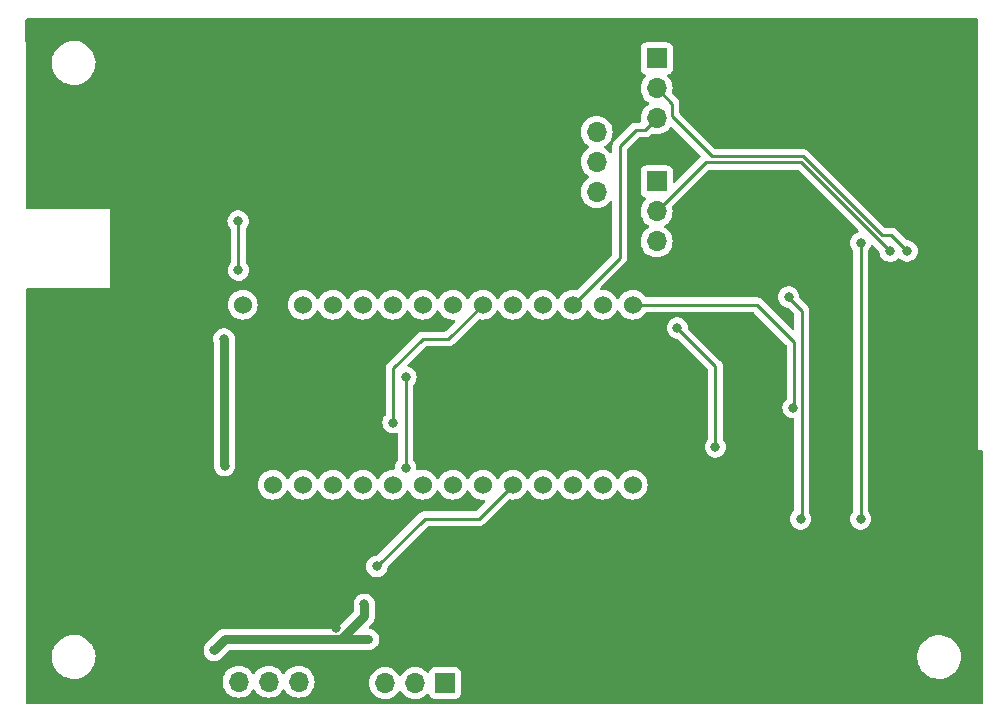
<source format=gbr>
%TF.GenerationSoftware,KiCad,Pcbnew,7.0.1-0*%
%TF.CreationDate,2023-07-25T08:38:12-04:00*%
%TF.ProjectId,data_logger,64617461-5f6c-46f6-9767-65722e6b6963,rev?*%
%TF.SameCoordinates,Original*%
%TF.FileFunction,Copper,L2,Bot*%
%TF.FilePolarity,Positive*%
%FSLAX46Y46*%
G04 Gerber Fmt 4.6, Leading zero omitted, Abs format (unit mm)*
G04 Created by KiCad (PCBNEW 7.0.1-0) date 2023-07-25 08:38:12*
%MOMM*%
%LPD*%
G01*
G04 APERTURE LIST*
%TA.AperFunction,ComponentPad*%
%ADD10R,1.700000X1.700000*%
%TD*%
%TA.AperFunction,ComponentPad*%
%ADD11O,1.700000X1.700000*%
%TD*%
%TA.AperFunction,HeatsinkPad*%
%ADD12C,0.600000*%
%TD*%
%TA.AperFunction,ComponentPad*%
%ADD13C,1.530000*%
%TD*%
%TA.AperFunction,ViaPad*%
%ADD14C,0.800000*%
%TD*%
%TA.AperFunction,Conductor*%
%ADD15C,0.250000*%
%TD*%
%TA.AperFunction,Conductor*%
%ADD16C,0.800000*%
%TD*%
G04 APERTURE END LIST*
D10*
%TO.P,J3,1,Pin_1*%
%TO.N,ESP_RX_OUT*%
X70358600Y-28624400D03*
D11*
%TO.P,J3,2,Pin_2*%
%TO.N,U0RXD*%
X70358600Y-31164400D03*
%TO.P,J3,3,Pin_3*%
%TO.N,ESP_RX*%
X70358600Y-33704400D03*
%TD*%
D12*
%TO.P,U7,39,GND*%
%TO.N,GND*%
X89246600Y-24466800D03*
X87846600Y-24466800D03*
X89946600Y-25166800D03*
X88546600Y-25166800D03*
X87146600Y-25166800D03*
X89246600Y-25841800D03*
X87846600Y-25841800D03*
X89946600Y-26566800D03*
X88546600Y-26566800D03*
X87146600Y-26566800D03*
X89246600Y-27266800D03*
X87846600Y-27266800D03*
%TD*%
D10*
%TO.P,J1,1,Pin_1*%
%TO.N,Net-(J1-Pin_1)*%
X52451600Y-71106400D03*
D11*
%TO.P,J1,2,Pin_2*%
%TO.N,RX1*%
X49911600Y-71106400D03*
%TO.P,J1,3,Pin_3*%
%TO.N,TX1*%
X47371600Y-71106400D03*
%TO.P,J1,4,Pin_4*%
%TO.N,GND*%
X44831600Y-71106400D03*
%TD*%
D10*
%TO.P,J5,1,Pin_1*%
%TO.N,GND*%
X65278600Y-21893400D03*
D11*
%TO.P,J5,2,Pin_2*%
%TO.N,ESP_TX_OUT*%
X65278600Y-24433400D03*
%TO.P,J5,3,Pin_3*%
%TO.N,ESP_RX_OUT*%
X65278600Y-26973400D03*
%TO.P,J5,4,Pin_4*%
%TO.N,+3.3V*%
X65278600Y-29513400D03*
%TD*%
D13*
%TO.P,U6,0,0*%
%TO.N,CAN_RX*%
X37846600Y-54303800D03*
%TO.P,U6,1,1*%
%TO.N,CAN_TX*%
X40386600Y-54303800D03*
%TO.P,U6,2,2*%
%TO.N,unconnected-(U6-Pad2)*%
X42926600Y-54303800D03*
%TO.P,U6,3,3*%
%TO.N,unconnected-(U6-Pad3)*%
X45466600Y-54303800D03*
%TO.P,U6,3.3V_2,3.3V_2*%
%TO.N,+3.3V*%
X40386600Y-39063800D03*
%TO.P,U6,4,4*%
%TO.N,unconnected-(U6-Pad4)*%
X48006600Y-54303800D03*
%TO.P,U6,5,5*%
%TO.N,unconnected-(U6-Pad5)*%
X50546600Y-54303800D03*
%TO.P,U6,6,6*%
%TO.N,unconnected-(U6-Pad6)*%
X53086600Y-54303800D03*
%TO.P,U6,7,7*%
%TO.N,unconnected-(U6-Pad7)*%
X55626600Y-54303800D03*
%TO.P,U6,8,8*%
%TO.N,ACC_INT*%
X58166600Y-54303800D03*
%TO.P,U6,9,9*%
%TO.N,SPK*%
X60706600Y-54303800D03*
%TO.P,U6,10,10*%
%TO.N,CS*%
X63246600Y-54303800D03*
%TO.P,U6,11,11*%
%TO.N,MOSI*%
X65786600Y-54303800D03*
%TO.P,U6,12,12*%
%TO.N,MISO*%
X68326600Y-54303800D03*
%TO.P,U6,13,13*%
%TO.N,CLK*%
X68326600Y-39063800D03*
%TO.P,U6,14,14*%
%TO.N,ESP_RX*%
X65786600Y-39063800D03*
%TO.P,U6,15,15*%
%TO.N,ESP_TX*%
X63246600Y-39063800D03*
%TO.P,U6,16,16*%
%TO.N,LED2*%
X60706600Y-39063800D03*
%TO.P,U6,17,17*%
%TO.N,LED1*%
X58166600Y-39063800D03*
%TO.P,U6,18,18*%
%TO.N,SDA*%
X55626600Y-39063800D03*
%TO.P,U6,19,19*%
%TO.N,SCL*%
X53086600Y-39063800D03*
%TO.P,U6,20,20*%
%TO.N,PPS*%
X50546600Y-39063800D03*
%TO.P,U6,21,21*%
%TO.N,unconnected-(U6-Pad21)*%
X48006600Y-39063800D03*
%TO.P,U6,22,22*%
%TO.N,EXTINT*%
X45466600Y-39063800D03*
%TO.P,U6,23,23*%
%TO.N,RESET_GPS*%
X42926600Y-39063800D03*
%TO.P,U6,G1,G1*%
%TO.N,GND*%
X35306600Y-54303800D03*
%TO.P,U6,G3,G3*%
X37846600Y-39063800D03*
%TO.P,U6,VIN,VIN*%
%TO.N,+5V*%
X35306600Y-39063800D03*
%TD*%
D10*
%TO.P,J2,1,Pin_1*%
%TO.N,GND*%
X32418600Y-70979400D03*
D11*
%TO.P,J2,2,Pin_2*%
%TO.N,CAN_LO*%
X34958600Y-70979400D03*
%TO.P,J2,3,Pin_3*%
%TO.N,CAN_HI*%
X37498600Y-70979400D03*
%TO.P,J2,4,Pin_4*%
%TO.N,Net-(J2-Pin_4)*%
X40038600Y-70979400D03*
%TD*%
D10*
%TO.P,J4,1,Pin_1*%
%TO.N,ESP_TX_OUT*%
X70358600Y-18210400D03*
D11*
%TO.P,J4,2,Pin_2*%
%TO.N,U0TXD*%
X70358600Y-20750400D03*
%TO.P,J4,3,Pin_3*%
%TO.N,ESP_TX*%
X70358600Y-23290400D03*
%TD*%
D14*
%TO.N,GND*%
X50401800Y-60738200D03*
X65278600Y-34034600D03*
X96266600Y-20293200D03*
X48471400Y-63710000D03*
X17780600Y-40181400D03*
X31750600Y-40181400D03*
X24638600Y-38149400D03*
X36144800Y-26770200D03*
X81585400Y-68205800D03*
X48616200Y-35507800D03*
X51410200Y-20521800D03*
X24638600Y-30529400D03*
X84404800Y-62795600D03*
X96825400Y-15568800D03*
X78994600Y-50036600D03*
X69667800Y-59185600D03*
X76018551Y-34309751D03*
X24638600Y-36625400D03*
X40234200Y-33298000D03*
X38616200Y-60738200D03*
X61240000Y-23315800D03*
X40285000Y-35660200D03*
X24638600Y-32053400D03*
X28710200Y-70720400D03*
X96317400Y-34491800D03*
X17526600Y-38403400D03*
X90246800Y-16432400D03*
X43251200Y-66397400D03*
X31750600Y-36117400D03*
X80417000Y-21614000D03*
X25332000Y-61601800D03*
X31242600Y-29005400D03*
X76353000Y-62414600D03*
X89992800Y-68078800D03*
X46134600Y-57842600D03*
X55271000Y-29259400D03*
X17780600Y-30275400D03*
X17780600Y-28497400D03*
X31750600Y-32561400D03*
X55931400Y-33831400D03*
%TO.N,Net-(C2-Pad2)*%
X34951000Y-36142800D03*
X34925600Y-31977200D03*
%TO.N,+5V*%
X32901200Y-68332800D03*
X33706600Y-41959400D03*
X45600000Y-64430000D03*
X33786600Y-52699400D03*
%TO.N,ESP_EN*%
X87630600Y-33831400D03*
X87630600Y-57199400D03*
%TO.N,IO0*%
X81534600Y-38403400D03*
X82550600Y-57199400D03*
%TO.N,U0RXD*%
X90119800Y-34542600D03*
%TO.N,U0TXD*%
X91567600Y-34517200D03*
%TO.N,SDA*%
X48046600Y-49040100D03*
%TO.N,SCL*%
X49096600Y-52869400D03*
X49136600Y-45179400D03*
%TO.N,ACC_INT*%
X46668000Y-61220800D03*
%TO.N,MISO*%
X75326600Y-51109400D03*
X72106600Y-41039400D03*
%TO.N,CLK*%
X81915600Y-47776000D03*
%TD*%
D15*
%TO.N,Net-(C2-Pad2)*%
X34925600Y-36117400D02*
X34951000Y-36142800D01*
X34925600Y-31977200D02*
X34925600Y-36117400D01*
D16*
%TO.N,+5V*%
X45600000Y-65462814D02*
X45600000Y-64430000D01*
X43460000Y-67397400D02*
X43665414Y-67397400D01*
X32901200Y-68332800D02*
X33836600Y-67397400D01*
X33836600Y-67397400D02*
X43460000Y-67397400D01*
X43665414Y-67397400D02*
X45600000Y-65462814D01*
X33757200Y-52538800D02*
X33757200Y-42010000D01*
X43460000Y-67397400D02*
X45952400Y-67397400D01*
D15*
%TO.N,ESP_EN*%
X87630600Y-33831400D02*
X87630600Y-57199400D01*
%TO.N,IO0*%
X81534600Y-38474800D02*
X82640600Y-39580800D01*
X81534600Y-38474800D02*
X81534600Y-38403400D01*
X82640600Y-57199800D02*
X82640600Y-39580800D01*
X82641000Y-57199400D02*
X82640600Y-57199800D01*
X82550600Y-57199400D02*
X82641000Y-57199400D01*
%TO.N,U0RXD*%
X82601400Y-27024200D02*
X74498800Y-27024200D01*
X74498800Y-27024200D02*
X70358600Y-31164400D01*
X90119800Y-34542600D02*
X82601400Y-27024200D01*
%TO.N,U0TXD*%
X71666700Y-22058500D02*
X71666700Y-23125300D01*
X91567600Y-34517200D02*
X90221400Y-33171000D01*
X89408600Y-33171000D02*
X82753800Y-26516200D01*
X71666700Y-23125300D02*
X75057600Y-26516200D01*
X71666700Y-22058500D02*
X70358600Y-20750400D01*
X90221400Y-33171000D02*
X89408600Y-33171000D01*
X82753800Y-26516200D02*
X75057600Y-26516200D01*
%TO.N,ESP_TX*%
X63246600Y-39063800D02*
X67236600Y-35073800D01*
X69369600Y-24279400D02*
X70358600Y-23290400D01*
X67236600Y-35073800D02*
X67236600Y-25629400D01*
X67236600Y-25629400D02*
X68586600Y-24279400D01*
X68586600Y-24279400D02*
X69369600Y-24279400D01*
%TO.N,SDA*%
X48064800Y-49021900D02*
X48046600Y-49040100D01*
X48064800Y-44441200D02*
X50546600Y-41959400D01*
X48064800Y-44441200D02*
X48064800Y-49021900D01*
X52731000Y-41959400D02*
X55626600Y-39063800D01*
X48046600Y-49040100D02*
X48046600Y-48778700D01*
X50546600Y-41959400D02*
X52731000Y-41959400D01*
%TO.N,SCL*%
X49096600Y-52869400D02*
X49096600Y-45219400D01*
%TO.N,ACC_INT*%
X46668000Y-61220800D02*
X50706600Y-57182200D01*
X55288200Y-57182200D02*
X50706600Y-57182200D01*
X58166600Y-54303800D02*
X55288200Y-57182200D01*
%TO.N,MISO*%
X75326600Y-51109400D02*
X75326600Y-44259400D01*
X75326600Y-44259400D02*
X72106600Y-41039400D01*
%TO.N,CLK*%
X81991800Y-47699800D02*
X81915600Y-47776000D01*
X78842200Y-39063800D02*
X81991800Y-42213400D01*
X68326600Y-39063800D02*
X78842200Y-39063800D01*
X81991800Y-42213400D02*
X81991800Y-47699800D01*
%TD*%
%TA.AperFunction,Conductor*%
%TO.N,GND*%
G36*
X58846938Y-14826393D02*
G01*
X97442617Y-14831814D01*
X97504610Y-14848433D01*
X97549990Y-14893819D01*
X97566600Y-14955814D01*
X97566600Y-51366800D01*
X97871997Y-51366800D01*
X97933997Y-51383413D01*
X97979384Y-51428800D01*
X97995997Y-51490800D01*
X97995997Y-72772901D01*
X97979384Y-72834901D01*
X97933997Y-72880288D01*
X97871997Y-72896901D01*
X17067995Y-72896901D01*
X17005995Y-72880288D01*
X16960608Y-72834901D01*
X16943995Y-72772901D01*
X16943995Y-70979400D01*
X33602940Y-70979400D01*
X33623536Y-71214807D01*
X33657566Y-71341807D01*
X33684697Y-71443063D01*
X33784565Y-71657230D01*
X33920105Y-71850801D01*
X34087199Y-72017895D01*
X34280770Y-72153435D01*
X34494937Y-72253303D01*
X34723192Y-72314463D01*
X34958600Y-72335059D01*
X35194008Y-72314463D01*
X35422263Y-72253303D01*
X35636430Y-72153435D01*
X35830001Y-72017895D01*
X35997095Y-71850801D01*
X36127026Y-71665239D01*
X36171343Y-71626375D01*
X36228600Y-71612364D01*
X36285857Y-71626375D01*
X36330173Y-71665239D01*
X36460105Y-71850801D01*
X36627199Y-72017895D01*
X36820770Y-72153435D01*
X37034937Y-72253303D01*
X37263192Y-72314463D01*
X37498600Y-72335059D01*
X37734008Y-72314463D01*
X37962263Y-72253303D01*
X38176430Y-72153435D01*
X38370001Y-72017895D01*
X38537095Y-71850801D01*
X38667026Y-71665239D01*
X38711343Y-71626375D01*
X38768600Y-71612364D01*
X38825857Y-71626375D01*
X38870173Y-71665239D01*
X39000105Y-71850801D01*
X39167199Y-72017895D01*
X39360770Y-72153435D01*
X39574937Y-72253303D01*
X39803192Y-72314463D01*
X40038600Y-72335059D01*
X40274008Y-72314463D01*
X40502263Y-72253303D01*
X40716430Y-72153435D01*
X40910001Y-72017895D01*
X41077095Y-71850801D01*
X41212635Y-71657230D01*
X41312503Y-71443063D01*
X41373663Y-71214808D01*
X41383148Y-71106400D01*
X46015940Y-71106400D01*
X46036536Y-71341807D01*
X46063668Y-71443063D01*
X46097697Y-71570063D01*
X46197565Y-71784230D01*
X46333105Y-71977801D01*
X46500199Y-72144895D01*
X46693770Y-72280435D01*
X46907937Y-72380303D01*
X47136192Y-72441463D01*
X47371600Y-72462059D01*
X47607008Y-72441463D01*
X47835263Y-72380303D01*
X48049430Y-72280435D01*
X48243001Y-72144895D01*
X48410095Y-71977801D01*
X48540026Y-71792239D01*
X48584343Y-71753375D01*
X48641600Y-71739364D01*
X48698857Y-71753375D01*
X48743173Y-71792239D01*
X48873105Y-71977801D01*
X49040199Y-72144895D01*
X49233770Y-72280435D01*
X49447937Y-72380303D01*
X49676192Y-72441463D01*
X49911600Y-72462059D01*
X50147008Y-72441463D01*
X50375263Y-72380303D01*
X50589430Y-72280435D01*
X50783001Y-72144895D01*
X50904929Y-72022966D01*
X50957672Y-71991673D01*
X51018965Y-71989484D01*
X51073809Y-72016937D01*
X51108789Y-72067316D01*
X51157804Y-72198731D01*
X51244054Y-72313946D01*
X51359269Y-72400196D01*
X51494117Y-72450491D01*
X51553727Y-72456900D01*
X53349472Y-72456899D01*
X53409083Y-72450491D01*
X53543931Y-72400196D01*
X53659146Y-72313946D01*
X53745396Y-72198731D01*
X53795691Y-72063883D01*
X53802100Y-72004273D01*
X53802099Y-70208528D01*
X53795691Y-70148917D01*
X53745396Y-70014069D01*
X53659146Y-69898854D01*
X53543931Y-69812604D01*
X53409083Y-69762309D01*
X53349473Y-69755900D01*
X53349469Y-69755900D01*
X51553730Y-69755900D01*
X51494115Y-69762309D01*
X51359269Y-69812604D01*
X51244054Y-69898854D01*
X51157804Y-70014069D01*
X51108789Y-70145483D01*
X51073809Y-70195862D01*
X51018965Y-70223315D01*
X50957672Y-70221126D01*
X50904926Y-70189830D01*
X50783004Y-70067908D01*
X50783003Y-70067907D01*
X50783001Y-70067905D01*
X50589430Y-69932365D01*
X50375263Y-69832497D01*
X50314102Y-69816109D01*
X50147007Y-69771336D01*
X49911600Y-69750740D01*
X49676192Y-69771336D01*
X49447936Y-69832497D01*
X49233770Y-69932365D01*
X49040198Y-70067905D01*
X48873108Y-70234995D01*
X48743174Y-70420560D01*
X48698855Y-70459426D01*
X48641599Y-70473436D01*
X48584342Y-70459425D01*
X48540026Y-70420561D01*
X48410095Y-70234999D01*
X48243001Y-70067905D01*
X48049430Y-69932365D01*
X47835263Y-69832497D01*
X47774102Y-69816109D01*
X47607007Y-69771336D01*
X47371600Y-69750740D01*
X47136192Y-69771336D01*
X46907936Y-69832497D01*
X46693770Y-69932365D01*
X46500198Y-70067905D01*
X46333105Y-70234998D01*
X46197565Y-70428570D01*
X46097697Y-70642736D01*
X46036536Y-70870992D01*
X46015940Y-71106400D01*
X41383148Y-71106400D01*
X41394259Y-70979400D01*
X41373663Y-70743992D01*
X41312503Y-70515737D01*
X41212635Y-70301571D01*
X41077095Y-70107999D01*
X40910001Y-69940905D01*
X40716430Y-69805365D01*
X40502263Y-69705497D01*
X40441102Y-69689109D01*
X40274007Y-69644336D01*
X40038600Y-69623740D01*
X39803192Y-69644336D01*
X39574936Y-69705497D01*
X39360770Y-69805365D01*
X39167198Y-69940905D01*
X39000105Y-70107998D01*
X38870175Y-70293559D01*
X38825857Y-70332425D01*
X38768600Y-70346436D01*
X38711343Y-70332425D01*
X38667025Y-70293559D01*
X38592566Y-70187220D01*
X38537095Y-70107999D01*
X38370001Y-69940905D01*
X38176430Y-69805365D01*
X37962263Y-69705497D01*
X37901102Y-69689109D01*
X37734007Y-69644336D01*
X37498600Y-69623740D01*
X37263192Y-69644336D01*
X37034936Y-69705497D01*
X36820770Y-69805365D01*
X36627198Y-69940905D01*
X36460105Y-70107998D01*
X36330175Y-70293559D01*
X36285857Y-70332425D01*
X36228600Y-70346436D01*
X36171343Y-70332425D01*
X36127025Y-70293559D01*
X36052566Y-70187220D01*
X35997095Y-70107999D01*
X35830001Y-69940905D01*
X35636430Y-69805365D01*
X35422263Y-69705497D01*
X35361102Y-69689109D01*
X35194007Y-69644336D01*
X34958600Y-69623740D01*
X34723192Y-69644336D01*
X34494936Y-69705497D01*
X34280770Y-69805365D01*
X34087198Y-69940905D01*
X33920105Y-70107998D01*
X33784565Y-70301570D01*
X33684697Y-70515736D01*
X33623536Y-70743992D01*
X33602940Y-70979400D01*
X16943995Y-70979400D01*
X16943995Y-68951164D01*
X19145787Y-68951164D01*
X19175413Y-69220416D01*
X19179754Y-69237019D01*
X19243928Y-69482488D01*
X19338697Y-69705497D01*
X19349871Y-69731792D01*
X19490982Y-69963011D01*
X19645694Y-70148917D01*
X19664255Y-70171220D01*
X19865998Y-70351982D01*
X20091910Y-70501444D01*
X20198211Y-70551275D01*
X20337177Y-70616421D01*
X20596562Y-70694458D01*
X20596569Y-70694460D01*
X20864561Y-70733900D01*
X21067631Y-70733900D01*
X21067634Y-70733900D01*
X21270156Y-70719077D01*
X21270156Y-70719076D01*
X21534553Y-70660180D01*
X21787558Y-70563414D01*
X22023777Y-70430841D01*
X22238177Y-70265288D01*
X22426186Y-70070281D01*
X22583799Y-69849979D01*
X22707656Y-69609075D01*
X22795118Y-69352705D01*
X22844319Y-69086333D01*
X22854212Y-68815635D01*
X22824586Y-68546382D01*
X22768748Y-68332800D01*
X31995740Y-68332800D01*
X31997205Y-68346744D01*
X31997714Y-68366190D01*
X31996980Y-68380186D01*
X32007588Y-68447167D01*
X32008434Y-68453598D01*
X32015525Y-68521055D01*
X32019860Y-68534398D01*
X32024399Y-68553306D01*
X32026592Y-68567149D01*
X32050890Y-68630449D01*
X32053056Y-68636565D01*
X32074019Y-68701080D01*
X32074020Y-68701082D01*
X32074021Y-68701084D01*
X32081031Y-68713225D01*
X32089405Y-68730783D01*
X32094429Y-68743871D01*
X32131363Y-68800747D01*
X32134753Y-68806279D01*
X32168665Y-68865016D01*
X32178049Y-68875437D01*
X32189896Y-68890877D01*
X32197524Y-68902624D01*
X32245474Y-68950573D01*
X32249943Y-68955282D01*
X32295329Y-69005688D01*
X32306670Y-69013928D01*
X32321460Y-69026559D01*
X32331375Y-69036474D01*
X32331377Y-69036475D01*
X32331378Y-69036476D01*
X32388254Y-69073412D01*
X32393604Y-69077089D01*
X32448466Y-69116949D01*
X32448469Y-69116950D01*
X32448470Y-69116951D01*
X32461277Y-69122652D01*
X32478370Y-69131934D01*
X32490130Y-69139571D01*
X32503060Y-69144534D01*
X32553443Y-69163874D01*
X32559434Y-69166355D01*
X32621397Y-69193944D01*
X32635120Y-69196860D01*
X32653764Y-69202383D01*
X32666850Y-69207407D01*
X32733853Y-69218018D01*
X32740188Y-69219193D01*
X32806554Y-69233300D01*
X32820574Y-69233300D01*
X32839971Y-69234826D01*
X32853812Y-69237019D01*
X32921536Y-69233470D01*
X32928026Y-69233300D01*
X32995843Y-69233300D01*
X32995846Y-69233300D01*
X33009560Y-69230384D01*
X33028845Y-69227846D01*
X33042846Y-69227113D01*
X33108392Y-69209549D01*
X33114642Y-69208049D01*
X33181003Y-69193944D01*
X33193800Y-69188245D01*
X33212146Y-69181748D01*
X33225688Y-69178120D01*
X33286163Y-69147305D01*
X33291952Y-69144544D01*
X33353930Y-69116951D01*
X33365265Y-69108714D01*
X33381852Y-69098549D01*
X33394349Y-69092183D01*
X33447090Y-69049472D01*
X33452178Y-69045568D01*
X33507071Y-69005688D01*
X33541757Y-68967164D01*
X92422387Y-68967164D01*
X92452013Y-69236416D01*
X92452171Y-69237019D01*
X92520528Y-69498488D01*
X92619671Y-69731790D01*
X92626471Y-69747792D01*
X92767582Y-69979011D01*
X92940853Y-70187218D01*
X92940855Y-70187220D01*
X93142598Y-70367982D01*
X93368510Y-70517444D01*
X93466571Y-70563413D01*
X93613777Y-70632421D01*
X93819987Y-70694460D01*
X93873169Y-70710460D01*
X94141161Y-70749900D01*
X94344231Y-70749900D01*
X94344234Y-70749900D01*
X94546756Y-70735077D01*
X94552040Y-70733900D01*
X94811153Y-70676180D01*
X95064158Y-70579414D01*
X95300377Y-70446841D01*
X95514777Y-70281288D01*
X95702786Y-70086281D01*
X95860399Y-69865979D01*
X95984256Y-69625075D01*
X96071718Y-69368705D01*
X96120919Y-69102333D01*
X96130812Y-68831635D01*
X96101186Y-68562382D01*
X96032672Y-68300312D01*
X95926730Y-68051010D01*
X95797739Y-67839651D01*
X95785617Y-67819788D01*
X95612346Y-67611581D01*
X95507358Y-67517512D01*
X95410602Y-67430818D01*
X95184690Y-67281356D01*
X95150555Y-67265354D01*
X94939422Y-67166378D01*
X94680037Y-67088341D01*
X94680031Y-67088340D01*
X94412039Y-67048900D01*
X94208969Y-67048900D01*
X94208966Y-67048900D01*
X94006443Y-67063722D01*
X93742049Y-67122619D01*
X93489041Y-67219386D01*
X93252823Y-67351959D01*
X93038425Y-67517509D01*
X92850413Y-67712520D01*
X92692801Y-67932820D01*
X92568942Y-68173729D01*
X92481481Y-68430095D01*
X92432280Y-68696466D01*
X92422387Y-68967164D01*
X33541757Y-68967164D01*
X33552473Y-68955262D01*
X33556906Y-68950591D01*
X34173279Y-68334219D01*
X34213508Y-68307339D01*
X34260961Y-68297900D01*
X43412808Y-68297900D01*
X43507192Y-68297900D01*
X43584788Y-68297900D01*
X43604185Y-68299426D01*
X43618026Y-68301619D01*
X43685750Y-68298070D01*
X43692240Y-68297900D01*
X45999589Y-68297900D01*
X45999592Y-68297900D01*
X46140656Y-68283074D01*
X46320684Y-68224579D01*
X46484616Y-68129933D01*
X46625288Y-68003271D01*
X46676474Y-67932820D01*
X46736551Y-67850130D01*
X46757184Y-67803788D01*
X46813544Y-67677203D01*
X46852900Y-67492046D01*
X46852900Y-67302754D01*
X46848351Y-67281354D01*
X46813544Y-67117597D01*
X46736551Y-66944669D01*
X46625289Y-66791529D01*
X46484616Y-66664866D01*
X46320684Y-66570220D01*
X46140657Y-66511726D01*
X46134886Y-66511119D01*
X46113191Y-66508839D01*
X46049388Y-66482898D01*
X46009268Y-66426911D01*
X46005214Y-66358152D01*
X46038475Y-66297838D01*
X46179737Y-66156576D01*
X46194537Y-66143936D01*
X46205871Y-66135702D01*
X46251256Y-66085295D01*
X46255688Y-66080624D01*
X46270120Y-66066194D01*
X46282938Y-66050363D01*
X46287152Y-66045430D01*
X46332529Y-65995034D01*
X46332533Y-65995030D01*
X46339544Y-65982885D01*
X46350564Y-65966853D01*
X46359383Y-65955963D01*
X46390185Y-65895507D01*
X46393248Y-65889865D01*
X46427179Y-65831098D01*
X46431509Y-65817767D01*
X46438956Y-65799788D01*
X46445320Y-65787302D01*
X46462875Y-65721784D01*
X46464707Y-65715596D01*
X46485674Y-65651070D01*
X46487140Y-65637119D01*
X46490683Y-65618004D01*
X46494313Y-65604459D01*
X46497862Y-65536717D01*
X46498371Y-65530262D01*
X46500500Y-65510010D01*
X46500500Y-65489639D01*
X46500670Y-65483150D01*
X46500675Y-65483037D01*
X46504219Y-65415426D01*
X46502026Y-65401585D01*
X46500500Y-65382188D01*
X46500500Y-64483692D01*
X46501179Y-64470731D01*
X46505460Y-64430000D01*
X46485674Y-64241744D01*
X46427179Y-64061716D01*
X46427179Y-64061715D01*
X46332533Y-63897783D01*
X46205870Y-63757110D01*
X46052730Y-63645848D01*
X45879802Y-63568855D01*
X45694648Y-63529500D01*
X45694646Y-63529500D01*
X45505354Y-63529500D01*
X45505352Y-63529500D01*
X45320197Y-63568855D01*
X45147269Y-63645848D01*
X44994129Y-63757110D01*
X44867466Y-63897783D01*
X44772820Y-64061715D01*
X44714326Y-64241742D01*
X44694540Y-64430000D01*
X44698821Y-64470731D01*
X44699500Y-64483692D01*
X44699500Y-65038452D01*
X44690061Y-65085905D01*
X44663181Y-65126133D01*
X43328734Y-66460581D01*
X43288506Y-66487461D01*
X43241053Y-66496900D01*
X33917226Y-66496900D01*
X33897828Y-66495373D01*
X33883988Y-66493181D01*
X33816270Y-66496730D01*
X33809780Y-66496900D01*
X33789403Y-66496900D01*
X33769146Y-66499028D01*
X33762683Y-66499537D01*
X33694951Y-66503087D01*
X33681409Y-66506716D01*
X33662285Y-66510260D01*
X33648344Y-66511725D01*
X33583845Y-66532682D01*
X33577623Y-66534526D01*
X33512110Y-66552080D01*
X33499621Y-66558444D01*
X33481652Y-66565887D01*
X33468317Y-66570220D01*
X33409596Y-66604122D01*
X33403895Y-66607218D01*
X33343445Y-66638019D01*
X33332550Y-66646842D01*
X33316522Y-66657858D01*
X33304384Y-66664866D01*
X33253976Y-66710252D01*
X33249051Y-66714458D01*
X33233226Y-66727274D01*
X33218812Y-66741688D01*
X33214108Y-66746151D01*
X33163710Y-66791530D01*
X33155469Y-66802872D01*
X33142835Y-66817664D01*
X32321464Y-67639035D01*
X32306672Y-67651669D01*
X32295330Y-67659910D01*
X32249951Y-67710308D01*
X32245488Y-67715012D01*
X32231074Y-67729426D01*
X32218258Y-67745251D01*
X32214052Y-67750176D01*
X32168666Y-67800584D01*
X32161658Y-67812722D01*
X32150642Y-67828750D01*
X32141819Y-67839645D01*
X32111018Y-67900095D01*
X32107922Y-67905796D01*
X32074022Y-67964513D01*
X32069688Y-67977852D01*
X32062244Y-67995819D01*
X32055880Y-68008311D01*
X32055880Y-68008312D01*
X32038326Y-68073817D01*
X32036484Y-68080034D01*
X32015525Y-68144543D01*
X32014060Y-68158486D01*
X32010515Y-68177614D01*
X32006886Y-68191154D01*
X32003337Y-68258883D01*
X32002828Y-68265353D01*
X31995740Y-68332800D01*
X22768748Y-68332800D01*
X22756072Y-68284312D01*
X22650130Y-68035010D01*
X22524251Y-67828750D01*
X22509017Y-67803788D01*
X22335746Y-67595581D01*
X22230758Y-67501512D01*
X22134002Y-67414818D01*
X21908090Y-67265356D01*
X21908086Y-67265354D01*
X21662822Y-67150378D01*
X21403437Y-67072341D01*
X21403431Y-67072340D01*
X21135439Y-67032900D01*
X20932369Y-67032900D01*
X20932366Y-67032900D01*
X20729843Y-67047722D01*
X20465449Y-67106619D01*
X20212441Y-67203386D01*
X19976223Y-67335959D01*
X19761825Y-67501509D01*
X19573813Y-67696520D01*
X19416201Y-67916820D01*
X19292342Y-68157729D01*
X19204881Y-68414095D01*
X19155680Y-68680466D01*
X19145787Y-68951164D01*
X16943995Y-68951164D01*
X16943995Y-54303800D01*
X36576265Y-54303800D01*
X36595564Y-54524388D01*
X36652878Y-54738283D01*
X36746455Y-54938962D01*
X36746456Y-54938963D01*
X36746458Y-54938967D01*
X36873468Y-55120355D01*
X37030045Y-55276932D01*
X37211433Y-55403942D01*
X37412120Y-55497523D01*
X37626009Y-55554835D01*
X37846600Y-55574134D01*
X38067191Y-55554835D01*
X38281080Y-55497523D01*
X38481767Y-55403942D01*
X38663155Y-55276932D01*
X38819732Y-55120355D01*
X38946742Y-54938967D01*
X39004218Y-54815707D01*
X39049975Y-54763532D01*
X39116600Y-54744112D01*
X39183225Y-54763532D01*
X39228981Y-54815707D01*
X39286458Y-54938967D01*
X39413468Y-55120355D01*
X39570045Y-55276932D01*
X39751433Y-55403942D01*
X39952120Y-55497523D01*
X40166009Y-55554835D01*
X40386600Y-55574134D01*
X40607191Y-55554835D01*
X40821080Y-55497523D01*
X41021767Y-55403942D01*
X41203155Y-55276932D01*
X41359732Y-55120355D01*
X41486742Y-54938967D01*
X41544218Y-54815707D01*
X41589975Y-54763532D01*
X41656600Y-54744112D01*
X41723225Y-54763532D01*
X41768981Y-54815707D01*
X41826458Y-54938967D01*
X41953468Y-55120355D01*
X42110045Y-55276932D01*
X42291433Y-55403942D01*
X42492120Y-55497523D01*
X42706009Y-55554835D01*
X42926600Y-55574134D01*
X43147191Y-55554835D01*
X43361080Y-55497523D01*
X43561767Y-55403942D01*
X43743155Y-55276932D01*
X43899732Y-55120355D01*
X44026742Y-54938967D01*
X44084218Y-54815707D01*
X44129975Y-54763532D01*
X44196600Y-54744112D01*
X44263225Y-54763532D01*
X44308981Y-54815707D01*
X44366458Y-54938967D01*
X44493468Y-55120355D01*
X44650045Y-55276932D01*
X44831433Y-55403942D01*
X45032120Y-55497523D01*
X45246009Y-55554835D01*
X45466600Y-55574134D01*
X45687191Y-55554835D01*
X45901080Y-55497523D01*
X46101767Y-55403942D01*
X46283155Y-55276932D01*
X46439732Y-55120355D01*
X46566742Y-54938967D01*
X46624218Y-54815707D01*
X46669975Y-54763532D01*
X46736600Y-54744112D01*
X46803225Y-54763532D01*
X46848981Y-54815707D01*
X46906458Y-54938967D01*
X47033468Y-55120355D01*
X47190045Y-55276932D01*
X47371433Y-55403942D01*
X47572120Y-55497523D01*
X47786009Y-55554835D01*
X48006600Y-55574134D01*
X48227191Y-55554835D01*
X48441080Y-55497523D01*
X48641767Y-55403942D01*
X48823155Y-55276932D01*
X48979732Y-55120355D01*
X49106742Y-54938967D01*
X49164218Y-54815707D01*
X49209975Y-54763532D01*
X49276600Y-54744112D01*
X49343225Y-54763532D01*
X49388981Y-54815707D01*
X49446458Y-54938967D01*
X49573468Y-55120355D01*
X49730045Y-55276932D01*
X49911433Y-55403942D01*
X50112120Y-55497523D01*
X50326009Y-55554835D01*
X50546600Y-55574134D01*
X50767191Y-55554835D01*
X50981080Y-55497523D01*
X51181767Y-55403942D01*
X51363155Y-55276932D01*
X51519732Y-55120355D01*
X51646742Y-54938967D01*
X51704218Y-54815707D01*
X51749975Y-54763532D01*
X51816600Y-54744112D01*
X51883225Y-54763532D01*
X51928981Y-54815707D01*
X51986458Y-54938967D01*
X52113468Y-55120355D01*
X52270045Y-55276932D01*
X52451433Y-55403942D01*
X52652120Y-55497523D01*
X52866009Y-55554835D01*
X53086600Y-55574134D01*
X53307191Y-55554835D01*
X53521080Y-55497523D01*
X53721767Y-55403942D01*
X53903155Y-55276932D01*
X54059732Y-55120355D01*
X54186742Y-54938967D01*
X54244218Y-54815707D01*
X54289975Y-54763532D01*
X54356600Y-54744112D01*
X54423225Y-54763532D01*
X54468981Y-54815707D01*
X54526458Y-54938967D01*
X54653468Y-55120355D01*
X54810045Y-55276932D01*
X54991433Y-55403942D01*
X55192120Y-55497523D01*
X55406009Y-55554835D01*
X55516304Y-55564484D01*
X55626598Y-55574134D01*
X55626598Y-55574133D01*
X55626600Y-55574134D01*
X55709203Y-55566907D01*
X55768460Y-55576292D01*
X55816376Y-55612399D01*
X55841732Y-55666774D01*
X55838592Y-55726689D01*
X55807691Y-55778116D01*
X55065428Y-56520381D01*
X55025200Y-56547261D01*
X54977747Y-56556700D01*
X50789344Y-56556700D01*
X50768837Y-56554435D01*
X50698727Y-56556639D01*
X50694832Y-56556700D01*
X50667250Y-56556700D01*
X50663265Y-56557203D01*
X50651633Y-56558118D01*
X50607969Y-56559490D01*
X50588729Y-56565080D01*
X50569681Y-56569025D01*
X50549809Y-56571535D01*
X50509199Y-56587613D01*
X50498154Y-56591394D01*
X50456210Y-56603581D01*
X50438965Y-56613779D01*
X50421504Y-56622333D01*
X50402867Y-56629712D01*
X50367531Y-56655385D01*
X50357774Y-56661795D01*
X50320180Y-56684029D01*
X50306013Y-56698196D01*
X50291224Y-56710826D01*
X50275013Y-56722604D01*
X50247172Y-56756258D01*
X50239311Y-56764897D01*
X46720228Y-60283981D01*
X46680000Y-60310861D01*
X46632547Y-60320300D01*
X46573352Y-60320300D01*
X46388197Y-60359655D01*
X46215269Y-60436648D01*
X46062129Y-60547910D01*
X45935466Y-60688583D01*
X45840820Y-60852515D01*
X45782326Y-61032542D01*
X45762540Y-61220800D01*
X45782326Y-61409057D01*
X45840820Y-61589084D01*
X45935466Y-61753016D01*
X46062129Y-61893689D01*
X46215269Y-62004951D01*
X46388197Y-62081944D01*
X46573352Y-62121300D01*
X46573354Y-62121300D01*
X46762646Y-62121300D01*
X46762648Y-62121300D01*
X46886083Y-62095062D01*
X46947803Y-62081944D01*
X47120730Y-62004951D01*
X47273871Y-61893688D01*
X47400533Y-61753016D01*
X47495179Y-61589084D01*
X47553674Y-61409056D01*
X47571321Y-61241144D01*
X47582721Y-61200725D01*
X47606958Y-61166430D01*
X50929371Y-57844019D01*
X50969600Y-57817139D01*
X51017053Y-57807700D01*
X55205456Y-57807700D01*
X55225962Y-57809964D01*
X55228865Y-57809872D01*
X55228867Y-57809873D01*
X55296072Y-57807761D01*
X55299968Y-57807700D01*
X55327549Y-57807700D01*
X55327550Y-57807700D01*
X55331519Y-57807198D01*
X55343165Y-57806280D01*
X55386827Y-57804909D01*
X55406059Y-57799320D01*
X55425118Y-57795374D01*
X55431396Y-57794581D01*
X55444992Y-57792864D01*
X55485607Y-57776782D01*
X55496644Y-57773003D01*
X55538590Y-57760818D01*
X55555829Y-57750622D01*
X55573302Y-57742062D01*
X55591932Y-57734686D01*
X55627264Y-57709014D01*
X55637030Y-57702600D01*
X55674618Y-57680371D01*
X55674617Y-57680371D01*
X55674620Y-57680370D01*
X55688785Y-57666204D01*
X55703573Y-57653573D01*
X55719787Y-57641794D01*
X55747638Y-57608126D01*
X55755479Y-57599509D01*
X57780356Y-55574633D01*
X57835942Y-55542541D01*
X57900130Y-55542542D01*
X57946007Y-55554835D01*
X58166600Y-55574134D01*
X58387191Y-55554835D01*
X58601080Y-55497523D01*
X58801767Y-55403942D01*
X58983155Y-55276932D01*
X59139732Y-55120355D01*
X59266742Y-54938967D01*
X59324218Y-54815707D01*
X59369975Y-54763532D01*
X59436600Y-54744112D01*
X59503225Y-54763532D01*
X59548981Y-54815707D01*
X59606458Y-54938967D01*
X59733468Y-55120355D01*
X59890045Y-55276932D01*
X60071433Y-55403942D01*
X60272120Y-55497523D01*
X60486009Y-55554835D01*
X60706600Y-55574134D01*
X60927191Y-55554835D01*
X61141080Y-55497523D01*
X61341767Y-55403942D01*
X61523155Y-55276932D01*
X61679732Y-55120355D01*
X61806742Y-54938967D01*
X61864218Y-54815707D01*
X61909975Y-54763532D01*
X61976600Y-54744112D01*
X62043225Y-54763532D01*
X62088981Y-54815707D01*
X62146458Y-54938967D01*
X62273468Y-55120355D01*
X62430045Y-55276932D01*
X62611433Y-55403942D01*
X62812120Y-55497523D01*
X63026009Y-55554835D01*
X63246600Y-55574134D01*
X63467191Y-55554835D01*
X63681080Y-55497523D01*
X63881767Y-55403942D01*
X64063155Y-55276932D01*
X64219732Y-55120355D01*
X64346742Y-54938967D01*
X64404218Y-54815707D01*
X64449975Y-54763532D01*
X64516600Y-54744112D01*
X64583225Y-54763532D01*
X64628981Y-54815707D01*
X64686458Y-54938967D01*
X64813468Y-55120355D01*
X64970045Y-55276932D01*
X65151433Y-55403942D01*
X65352120Y-55497523D01*
X65566009Y-55554835D01*
X65786600Y-55574134D01*
X66007191Y-55554835D01*
X66221080Y-55497523D01*
X66421767Y-55403942D01*
X66603155Y-55276932D01*
X66759732Y-55120355D01*
X66886742Y-54938967D01*
X66944218Y-54815707D01*
X66989975Y-54763532D01*
X67056600Y-54744112D01*
X67123225Y-54763532D01*
X67168981Y-54815707D01*
X67226458Y-54938967D01*
X67353468Y-55120355D01*
X67510045Y-55276932D01*
X67691433Y-55403942D01*
X67892120Y-55497523D01*
X68106009Y-55554835D01*
X68326600Y-55574134D01*
X68547191Y-55554835D01*
X68761080Y-55497523D01*
X68961767Y-55403942D01*
X69143155Y-55276932D01*
X69299732Y-55120355D01*
X69426742Y-54938967D01*
X69520323Y-54738280D01*
X69577635Y-54524391D01*
X69596934Y-54303800D01*
X69577635Y-54083209D01*
X69520323Y-53869320D01*
X69426742Y-53668633D01*
X69299732Y-53487245D01*
X69143155Y-53330668D01*
X68961767Y-53203658D01*
X68961764Y-53203657D01*
X68961762Y-53203655D01*
X68761083Y-53110078D01*
X68761080Y-53110077D01*
X68602869Y-53067684D01*
X68547188Y-53052764D01*
X68326600Y-53033465D01*
X68106011Y-53052764D01*
X67892116Y-53110078D01*
X67691437Y-53203655D01*
X67510041Y-53330671D01*
X67353471Y-53487241D01*
X67226455Y-53668637D01*
X67168982Y-53791891D01*
X67123225Y-53844067D01*
X67056600Y-53863487D01*
X66989975Y-53844067D01*
X66944218Y-53791891D01*
X66886744Y-53668637D01*
X66886743Y-53668636D01*
X66886742Y-53668633D01*
X66759732Y-53487245D01*
X66603155Y-53330668D01*
X66421767Y-53203658D01*
X66421764Y-53203657D01*
X66421762Y-53203655D01*
X66221083Y-53110078D01*
X66221080Y-53110077D01*
X66062869Y-53067684D01*
X66007188Y-53052764D01*
X65786600Y-53033465D01*
X65566011Y-53052764D01*
X65352116Y-53110078D01*
X65151437Y-53203655D01*
X64970041Y-53330671D01*
X64813471Y-53487241D01*
X64686455Y-53668637D01*
X64628982Y-53791891D01*
X64583225Y-53844067D01*
X64516600Y-53863487D01*
X64449975Y-53844067D01*
X64404218Y-53791891D01*
X64346744Y-53668637D01*
X64346743Y-53668636D01*
X64346742Y-53668633D01*
X64219732Y-53487245D01*
X64063155Y-53330668D01*
X63881767Y-53203658D01*
X63881764Y-53203657D01*
X63881762Y-53203655D01*
X63681083Y-53110078D01*
X63681080Y-53110077D01*
X63522869Y-53067684D01*
X63467188Y-53052764D01*
X63246600Y-53033465D01*
X63026011Y-53052764D01*
X62812116Y-53110078D01*
X62611437Y-53203655D01*
X62430041Y-53330671D01*
X62273471Y-53487241D01*
X62146455Y-53668637D01*
X62088982Y-53791891D01*
X62043225Y-53844067D01*
X61976600Y-53863487D01*
X61909975Y-53844067D01*
X61864218Y-53791891D01*
X61806744Y-53668637D01*
X61806743Y-53668636D01*
X61806742Y-53668633D01*
X61679732Y-53487245D01*
X61523155Y-53330668D01*
X61341767Y-53203658D01*
X61341764Y-53203657D01*
X61341762Y-53203655D01*
X61141083Y-53110078D01*
X61141080Y-53110077D01*
X60982869Y-53067684D01*
X60927188Y-53052764D01*
X60706600Y-53033465D01*
X60486011Y-53052764D01*
X60272116Y-53110078D01*
X60071437Y-53203655D01*
X59890041Y-53330671D01*
X59733471Y-53487241D01*
X59606455Y-53668637D01*
X59548982Y-53791891D01*
X59503225Y-53844067D01*
X59436600Y-53863487D01*
X59369975Y-53844067D01*
X59324218Y-53791891D01*
X59266744Y-53668637D01*
X59266743Y-53668636D01*
X59266742Y-53668633D01*
X59139732Y-53487245D01*
X58983155Y-53330668D01*
X58801767Y-53203658D01*
X58801764Y-53203657D01*
X58801762Y-53203655D01*
X58601083Y-53110078D01*
X58601080Y-53110077D01*
X58442869Y-53067684D01*
X58387188Y-53052764D01*
X58166600Y-53033465D01*
X57946011Y-53052764D01*
X57732116Y-53110078D01*
X57531437Y-53203655D01*
X57350041Y-53330671D01*
X57193471Y-53487241D01*
X57066455Y-53668637D01*
X57008982Y-53791891D01*
X56963225Y-53844067D01*
X56896600Y-53863487D01*
X56829975Y-53844067D01*
X56784218Y-53791891D01*
X56726744Y-53668637D01*
X56726743Y-53668636D01*
X56726742Y-53668633D01*
X56599732Y-53487245D01*
X56443155Y-53330668D01*
X56261767Y-53203658D01*
X56261764Y-53203657D01*
X56261762Y-53203655D01*
X56061083Y-53110078D01*
X56061080Y-53110077D01*
X55902869Y-53067684D01*
X55847188Y-53052764D01*
X55626600Y-53033465D01*
X55406011Y-53052764D01*
X55192116Y-53110078D01*
X54991437Y-53203655D01*
X54810041Y-53330671D01*
X54653471Y-53487241D01*
X54526455Y-53668637D01*
X54468982Y-53791891D01*
X54423225Y-53844067D01*
X54356600Y-53863487D01*
X54289975Y-53844067D01*
X54244218Y-53791891D01*
X54186744Y-53668637D01*
X54186743Y-53668636D01*
X54186742Y-53668633D01*
X54059732Y-53487245D01*
X53903155Y-53330668D01*
X53721767Y-53203658D01*
X53721764Y-53203657D01*
X53721762Y-53203655D01*
X53521083Y-53110078D01*
X53521080Y-53110077D01*
X53362869Y-53067684D01*
X53307188Y-53052764D01*
X53086600Y-53033465D01*
X52866011Y-53052764D01*
X52652116Y-53110078D01*
X52451437Y-53203655D01*
X52270041Y-53330671D01*
X52113471Y-53487241D01*
X51986455Y-53668637D01*
X51928982Y-53791891D01*
X51883225Y-53844067D01*
X51816600Y-53863487D01*
X51749975Y-53844067D01*
X51704218Y-53791891D01*
X51646744Y-53668637D01*
X51646743Y-53668636D01*
X51646742Y-53668633D01*
X51519732Y-53487245D01*
X51363155Y-53330668D01*
X51181767Y-53203658D01*
X51181764Y-53203657D01*
X51181762Y-53203655D01*
X50981083Y-53110078D01*
X50981080Y-53110077D01*
X50822869Y-53067684D01*
X50767188Y-53052764D01*
X50546600Y-53033465D01*
X50326011Y-53052764D01*
X50147115Y-53100700D01*
X50087655Y-53101867D01*
X50034489Y-53075215D01*
X49999849Y-53026874D01*
X49991700Y-52967966D01*
X50002060Y-52869400D01*
X49982274Y-52681144D01*
X49951356Y-52585989D01*
X49923779Y-52501115D01*
X49829135Y-52337186D01*
X49816027Y-52322629D01*
X49753947Y-52253682D01*
X49730336Y-52215151D01*
X49722100Y-52170713D01*
X49722100Y-45922512D01*
X49730336Y-45878074D01*
X49753950Y-45839540D01*
X49869133Y-45711616D01*
X49963779Y-45547684D01*
X49963778Y-45547684D01*
X50022274Y-45367656D01*
X50042060Y-45179400D01*
X50022274Y-44991144D01*
X49963779Y-44811116D01*
X49963779Y-44811115D01*
X49869133Y-44647183D01*
X49742470Y-44506510D01*
X49589330Y-44395248D01*
X49416402Y-44318255D01*
X49356036Y-44305424D01*
X49297646Y-44275190D01*
X49262923Y-44219352D01*
X49261632Y-44153611D01*
X49294134Y-44096455D01*
X50769371Y-42621219D01*
X50809600Y-42594339D01*
X50857053Y-42584900D01*
X52648256Y-42584900D01*
X52668762Y-42587164D01*
X52671665Y-42587072D01*
X52671667Y-42587073D01*
X52738872Y-42584961D01*
X52742768Y-42584900D01*
X52770349Y-42584900D01*
X52770350Y-42584900D01*
X52774319Y-42584398D01*
X52785965Y-42583480D01*
X52829627Y-42582109D01*
X52848859Y-42576520D01*
X52867918Y-42572574D01*
X52874196Y-42571781D01*
X52887792Y-42570064D01*
X52928407Y-42553982D01*
X52939444Y-42550203D01*
X52981390Y-42538018D01*
X52998629Y-42527822D01*
X53016102Y-42519262D01*
X53034732Y-42511886D01*
X53070064Y-42486214D01*
X53079830Y-42479800D01*
X53117418Y-42457571D01*
X53117417Y-42457571D01*
X53117420Y-42457570D01*
X53131585Y-42443404D01*
X53146373Y-42430773D01*
X53162587Y-42418994D01*
X53190438Y-42385326D01*
X53198279Y-42376709D01*
X54535588Y-41039400D01*
X71201140Y-41039400D01*
X71220926Y-41227657D01*
X71279420Y-41407684D01*
X71374066Y-41571616D01*
X71500729Y-41712289D01*
X71653869Y-41823551D01*
X71826797Y-41900544D01*
X72011952Y-41939900D01*
X72011954Y-41939900D01*
X72071148Y-41939900D01*
X72118601Y-41949339D01*
X72158829Y-41976219D01*
X74664781Y-44482171D01*
X74691661Y-44522399D01*
X74701100Y-44569852D01*
X74701100Y-50410713D01*
X74692864Y-50455151D01*
X74669252Y-50493682D01*
X74636145Y-50530451D01*
X74594064Y-50577186D01*
X74499420Y-50741115D01*
X74440926Y-50921142D01*
X74421140Y-51109400D01*
X74440926Y-51297657D01*
X74499420Y-51477684D01*
X74594066Y-51641616D01*
X74720729Y-51782289D01*
X74873869Y-51893551D01*
X75046797Y-51970544D01*
X75231952Y-52009900D01*
X75231954Y-52009900D01*
X75421246Y-52009900D01*
X75421248Y-52009900D01*
X75544683Y-51983662D01*
X75606403Y-51970544D01*
X75779330Y-51893551D01*
X75932471Y-51782288D01*
X76059133Y-51641616D01*
X76153779Y-51477684D01*
X76212274Y-51297656D01*
X76232060Y-51109400D01*
X76212274Y-50921144D01*
X76153779Y-50741116D01*
X76153779Y-50741115D01*
X76059135Y-50577186D01*
X76046027Y-50562629D01*
X75983947Y-50493682D01*
X75960336Y-50455151D01*
X75952100Y-50410713D01*
X75952100Y-44342144D01*
X75954364Y-44321636D01*
X75953949Y-44308442D01*
X75952161Y-44251513D01*
X75952100Y-44247619D01*
X75952100Y-44220054D01*
X75952100Y-44220050D01*
X75951597Y-44216070D01*
X75950681Y-44204428D01*
X75949626Y-44170844D01*
X75949310Y-44160773D01*
X75943718Y-44141526D01*
X75939774Y-44122485D01*
X75937264Y-44102608D01*
X75921179Y-44061983D01*
X75917408Y-44050968D01*
X75905218Y-44009010D01*
X75895014Y-43991755D01*
X75886461Y-43974295D01*
X75879086Y-43955669D01*
X75879086Y-43955668D01*
X75853408Y-43920325D01*
X75847001Y-43910571D01*
X75824769Y-43872979D01*
X75810606Y-43858816D01*
X75797967Y-43844017D01*
X75786195Y-43827813D01*
X75752541Y-43799973D01*
X75743899Y-43792109D01*
X73045560Y-41093769D01*
X73021320Y-41059471D01*
X73009921Y-41019055D01*
X72992274Y-40851144D01*
X72933779Y-40671116D01*
X72933779Y-40671115D01*
X72839133Y-40507183D01*
X72712470Y-40366510D01*
X72559330Y-40255248D01*
X72386402Y-40178255D01*
X72201248Y-40138900D01*
X72201246Y-40138900D01*
X72011954Y-40138900D01*
X72011952Y-40138900D01*
X71826797Y-40178255D01*
X71653869Y-40255248D01*
X71500729Y-40366510D01*
X71374066Y-40507183D01*
X71279420Y-40671115D01*
X71220926Y-40851142D01*
X71201140Y-41039400D01*
X54535588Y-41039400D01*
X55240355Y-40334633D01*
X55295941Y-40302541D01*
X55360128Y-40302541D01*
X55406009Y-40314835D01*
X55626600Y-40334134D01*
X55847191Y-40314835D01*
X56061080Y-40257523D01*
X56261767Y-40163942D01*
X56443155Y-40036932D01*
X56599732Y-39880355D01*
X56726742Y-39698967D01*
X56784218Y-39575707D01*
X56829975Y-39523532D01*
X56896600Y-39504112D01*
X56963225Y-39523532D01*
X57008981Y-39575707D01*
X57066458Y-39698967D01*
X57193468Y-39880355D01*
X57350045Y-40036932D01*
X57531433Y-40163942D01*
X57531436Y-40163943D01*
X57531437Y-40163944D01*
X57562130Y-40178256D01*
X57732120Y-40257523D01*
X57946009Y-40314835D01*
X58166600Y-40334134D01*
X58387191Y-40314835D01*
X58601080Y-40257523D01*
X58801767Y-40163942D01*
X58983155Y-40036932D01*
X59139732Y-39880355D01*
X59266742Y-39698967D01*
X59324218Y-39575707D01*
X59369975Y-39523532D01*
X59436600Y-39504112D01*
X59503225Y-39523532D01*
X59548981Y-39575707D01*
X59606458Y-39698967D01*
X59733468Y-39880355D01*
X59890045Y-40036932D01*
X60071433Y-40163942D01*
X60071436Y-40163943D01*
X60071437Y-40163944D01*
X60102130Y-40178256D01*
X60272120Y-40257523D01*
X60486009Y-40314835D01*
X60706600Y-40334134D01*
X60927191Y-40314835D01*
X61141080Y-40257523D01*
X61341767Y-40163942D01*
X61523155Y-40036932D01*
X61679732Y-39880355D01*
X61806742Y-39698967D01*
X61864218Y-39575707D01*
X61909975Y-39523532D01*
X61976600Y-39504112D01*
X62043225Y-39523532D01*
X62088981Y-39575707D01*
X62146458Y-39698967D01*
X62273468Y-39880355D01*
X62430045Y-40036932D01*
X62611433Y-40163942D01*
X62611436Y-40163943D01*
X62611437Y-40163944D01*
X62642130Y-40178256D01*
X62812120Y-40257523D01*
X63026009Y-40314835D01*
X63246600Y-40334134D01*
X63467191Y-40314835D01*
X63681080Y-40257523D01*
X63881767Y-40163942D01*
X64063155Y-40036932D01*
X64219732Y-39880355D01*
X64346742Y-39698967D01*
X64404218Y-39575707D01*
X64449975Y-39523532D01*
X64516600Y-39504112D01*
X64583225Y-39523532D01*
X64628981Y-39575707D01*
X64686458Y-39698967D01*
X64813468Y-39880355D01*
X64970045Y-40036932D01*
X65151433Y-40163942D01*
X65151436Y-40163943D01*
X65151437Y-40163944D01*
X65182130Y-40178256D01*
X65352120Y-40257523D01*
X65566009Y-40314835D01*
X65786600Y-40334134D01*
X66007191Y-40314835D01*
X66221080Y-40257523D01*
X66421767Y-40163942D01*
X66603155Y-40036932D01*
X66759732Y-39880355D01*
X66886742Y-39698967D01*
X66944218Y-39575707D01*
X66989975Y-39523532D01*
X67056600Y-39504112D01*
X67123225Y-39523532D01*
X67168981Y-39575707D01*
X67226458Y-39698967D01*
X67353468Y-39880355D01*
X67510045Y-40036932D01*
X67691433Y-40163942D01*
X67691436Y-40163943D01*
X67691437Y-40163944D01*
X67722130Y-40178256D01*
X67892120Y-40257523D01*
X68106009Y-40314835D01*
X68326600Y-40334134D01*
X68547191Y-40314835D01*
X68761080Y-40257523D01*
X68961767Y-40163942D01*
X69143155Y-40036932D01*
X69299732Y-39880355D01*
X69396487Y-39742174D01*
X69440804Y-39703311D01*
X69498061Y-39689300D01*
X78531748Y-39689300D01*
X78579201Y-39698739D01*
X78619429Y-39725619D01*
X81329981Y-42436172D01*
X81356861Y-42476400D01*
X81366300Y-42523853D01*
X81366300Y-46998830D01*
X81352784Y-47055126D01*
X81315184Y-47099148D01*
X81312216Y-47101305D01*
X81309727Y-47103113D01*
X81183066Y-47243783D01*
X81088420Y-47407715D01*
X81029926Y-47587742D01*
X81010140Y-47776000D01*
X81029926Y-47964257D01*
X81088420Y-48144284D01*
X81183066Y-48308216D01*
X81309729Y-48448889D01*
X81462869Y-48560151D01*
X81635797Y-48637144D01*
X81820952Y-48676500D01*
X81891100Y-48676500D01*
X81953100Y-48693113D01*
X81998487Y-48738500D01*
X82015100Y-48800500D01*
X82015100Y-56412203D01*
X82001585Y-56468498D01*
X81963985Y-56512521D01*
X81944729Y-56526510D01*
X81818066Y-56667183D01*
X81723420Y-56831115D01*
X81664926Y-57011142D01*
X81645140Y-57199400D01*
X81664926Y-57387657D01*
X81723420Y-57567684D01*
X81818066Y-57731616D01*
X81944729Y-57872289D01*
X82097869Y-57983551D01*
X82270797Y-58060544D01*
X82455952Y-58099900D01*
X82455954Y-58099900D01*
X82645246Y-58099900D01*
X82645248Y-58099900D01*
X82768684Y-58073662D01*
X82830403Y-58060544D01*
X83003330Y-57983551D01*
X83156471Y-57872288D01*
X83283133Y-57731616D01*
X83377779Y-57567684D01*
X83436274Y-57387656D01*
X83456060Y-57199400D01*
X83436274Y-57011144D01*
X83377779Y-56831116D01*
X83377779Y-56831115D01*
X83282713Y-56666456D01*
X83266100Y-56604456D01*
X83266100Y-39663540D01*
X83268363Y-39643036D01*
X83266161Y-39572944D01*
X83266100Y-39569050D01*
X83266100Y-39541457D01*
X83266100Y-39541450D01*
X83265595Y-39537453D01*
X83264680Y-39525823D01*
X83263998Y-39504112D01*
X83263309Y-39482173D01*
X83257720Y-39462940D01*
X83253774Y-39443882D01*
X83251264Y-39424008D01*
X83235188Y-39383406D01*
X83231404Y-39372352D01*
X83219219Y-39330413D01*
X83219218Y-39330412D01*
X83219218Y-39330410D01*
X83209017Y-39313161D01*
X83200460Y-39295695D01*
X83193086Y-39277068D01*
X83167413Y-39241732D01*
X83161002Y-39231972D01*
X83138769Y-39194378D01*
X83124606Y-39180215D01*
X83111969Y-39165420D01*
X83100195Y-39149214D01*
X83100194Y-39149213D01*
X83066535Y-39121368D01*
X83057905Y-39113514D01*
X82473106Y-38528715D01*
X82443899Y-38482425D01*
X82437466Y-38428074D01*
X82440060Y-38403400D01*
X82420274Y-38215144D01*
X82361779Y-38035116D01*
X82361779Y-38035115D01*
X82267133Y-37871183D01*
X82140470Y-37730510D01*
X81987330Y-37619248D01*
X81814402Y-37542255D01*
X81629248Y-37502900D01*
X81629246Y-37502900D01*
X81439954Y-37502900D01*
X81439952Y-37502900D01*
X81254797Y-37542255D01*
X81081869Y-37619248D01*
X80928729Y-37730510D01*
X80802066Y-37871183D01*
X80707420Y-38035115D01*
X80648926Y-38215142D01*
X80645552Y-38247242D01*
X80629140Y-38403400D01*
X80632318Y-38433640D01*
X80648926Y-38591657D01*
X80707420Y-38771684D01*
X80802066Y-38935616D01*
X80928729Y-39076289D01*
X81081869Y-39187551D01*
X81254797Y-39264544D01*
X81452702Y-39306610D01*
X81452242Y-39308772D01*
X81475201Y-39313339D01*
X81515429Y-39340219D01*
X81978781Y-39803572D01*
X82005661Y-39843800D01*
X82015100Y-39891253D01*
X82015100Y-41052748D01*
X82001585Y-41109043D01*
X81963985Y-41153066D01*
X81910498Y-41175221D01*
X81852782Y-41170679D01*
X81803419Y-41140429D01*
X79343002Y-38680011D01*
X79330106Y-38663913D01*
X79278975Y-38615898D01*
X79276178Y-38613187D01*
X79256670Y-38593679D01*
X79253490Y-38591212D01*
X79244624Y-38583639D01*
X79212782Y-38553738D01*
X79195224Y-38544085D01*
X79178964Y-38533404D01*
X79163136Y-38521127D01*
X79123051Y-38503780D01*
X79112561Y-38498641D01*
X79074291Y-38477602D01*
X79054891Y-38472621D01*
X79036484Y-38466319D01*
X79018097Y-38458362D01*
X78974958Y-38451529D01*
X78963524Y-38449161D01*
X78921219Y-38438300D01*
X78901184Y-38438300D01*
X78881786Y-38436773D01*
X78874362Y-38435597D01*
X78862005Y-38433640D01*
X78862004Y-38433640D01*
X78828951Y-38436764D01*
X78818525Y-38437750D01*
X78806856Y-38438300D01*
X69498061Y-38438300D01*
X69440804Y-38424289D01*
X69396487Y-38385425D01*
X69299732Y-38247245D01*
X69143155Y-38090668D01*
X68961767Y-37963658D01*
X68961764Y-37963657D01*
X68961762Y-37963655D01*
X68761083Y-37870078D01*
X68761080Y-37870077D01*
X68593069Y-37825058D01*
X68547188Y-37812764D01*
X68326600Y-37793465D01*
X68106011Y-37812764D01*
X67892116Y-37870078D01*
X67691437Y-37963655D01*
X67510041Y-38090671D01*
X67353471Y-38247241D01*
X67226455Y-38428637D01*
X67168982Y-38551891D01*
X67123225Y-38604067D01*
X67056600Y-38623487D01*
X66989975Y-38604067D01*
X66944218Y-38551891D01*
X66886744Y-38428637D01*
X66886743Y-38428636D01*
X66886742Y-38428633D01*
X66759732Y-38247245D01*
X66603155Y-38090668D01*
X66421767Y-37963658D01*
X66421764Y-37963657D01*
X66421762Y-37963655D01*
X66221083Y-37870078D01*
X66221080Y-37870077D01*
X66053069Y-37825058D01*
X66007188Y-37812764D01*
X65786599Y-37793465D01*
X65703994Y-37800692D01*
X65644736Y-37791306D01*
X65596821Y-37755199D01*
X65571465Y-37700824D01*
X65574605Y-37640910D01*
X65605504Y-37589485D01*
X67620389Y-35574600D01*
X67636485Y-35561706D01*
X67638473Y-35559587D01*
X67638477Y-35559586D01*
X67684548Y-35510523D01*
X67687166Y-35507823D01*
X67706720Y-35488271D01*
X67709181Y-35485098D01*
X67716756Y-35476227D01*
X67746662Y-35444382D01*
X67756317Y-35426818D01*
X67766994Y-35410564D01*
X67779273Y-35394736D01*
X67796618Y-35354652D01*
X67801760Y-35344156D01*
X67811329Y-35326751D01*
X67822797Y-35305892D01*
X67827779Y-35286484D01*
X67834081Y-35268080D01*
X67842037Y-35249696D01*
X67848869Y-35206552D01*
X67851233Y-35195138D01*
X67862100Y-35152819D01*
X67862100Y-35132784D01*
X67863627Y-35113385D01*
X67863668Y-35113121D01*
X67866760Y-35093604D01*
X67862650Y-35050125D01*
X67862100Y-35038456D01*
X67862100Y-25939852D01*
X67871539Y-25892399D01*
X67898419Y-25852171D01*
X68809372Y-24941219D01*
X68849600Y-24914339D01*
X68897053Y-24904900D01*
X69286856Y-24904900D01*
X69307362Y-24907164D01*
X69310265Y-24907072D01*
X69310267Y-24907073D01*
X69377472Y-24904961D01*
X69381368Y-24904900D01*
X69408949Y-24904900D01*
X69408950Y-24904900D01*
X69412919Y-24904398D01*
X69424565Y-24903480D01*
X69468227Y-24902109D01*
X69487459Y-24896520D01*
X69506518Y-24892574D01*
X69512796Y-24891781D01*
X69526392Y-24890064D01*
X69567007Y-24873982D01*
X69578044Y-24870203D01*
X69619990Y-24858018D01*
X69637229Y-24847822D01*
X69654702Y-24839262D01*
X69673332Y-24831886D01*
X69708664Y-24806214D01*
X69718430Y-24799800D01*
X69756018Y-24777571D01*
X69756017Y-24777571D01*
X69756020Y-24777570D01*
X69770185Y-24763404D01*
X69784973Y-24750773D01*
X69801187Y-24738994D01*
X69829038Y-24705326D01*
X69836879Y-24696709D01*
X69902953Y-24630635D01*
X69958539Y-24598543D01*
X70022726Y-24598543D01*
X70123192Y-24625463D01*
X70358600Y-24646059D01*
X70594008Y-24625463D01*
X70822263Y-24564303D01*
X71036430Y-24464435D01*
X71230001Y-24328895D01*
X71397095Y-24161801D01*
X71485932Y-24034927D01*
X71525502Y-23998668D01*
X71576695Y-23982527D01*
X71629913Y-23989533D01*
X71675184Y-24018374D01*
X74057242Y-26400432D01*
X74088269Y-26452273D01*
X74091115Y-26512623D01*
X74065104Y-26567154D01*
X74039373Y-26598257D01*
X74031511Y-26606897D01*
X71920780Y-28717628D01*
X71871417Y-28747878D01*
X71813701Y-28752420D01*
X71760214Y-28730265D01*
X71722614Y-28686242D01*
X71709099Y-28629947D01*
X71709099Y-27726530D01*
X71706972Y-27706745D01*
X71702691Y-27666917D01*
X71652396Y-27532069D01*
X71566146Y-27416854D01*
X71450931Y-27330604D01*
X71316083Y-27280309D01*
X71256473Y-27273900D01*
X71256469Y-27273900D01*
X69460730Y-27273900D01*
X69401115Y-27280309D01*
X69266269Y-27330604D01*
X69151054Y-27416854D01*
X69064804Y-27532068D01*
X69014509Y-27666915D01*
X69014509Y-27666917D01*
X69009551Y-27713038D01*
X69008100Y-27726530D01*
X69008100Y-29522269D01*
X69014509Y-29581883D01*
X69064804Y-29716731D01*
X69151054Y-29831946D01*
X69266269Y-29918196D01*
X69378507Y-29960058D01*
X69397682Y-29967210D01*
X69448062Y-30002189D01*
X69475515Y-30057034D01*
X69473326Y-30118326D01*
X69442031Y-30171073D01*
X69320103Y-30293001D01*
X69184565Y-30486570D01*
X69084697Y-30700736D01*
X69023536Y-30928992D01*
X69002940Y-31164400D01*
X69023536Y-31399807D01*
X69068309Y-31566902D01*
X69084697Y-31628063D01*
X69184565Y-31842230D01*
X69320105Y-32035801D01*
X69487199Y-32202895D01*
X69672760Y-32332826D01*
X69711624Y-32377143D01*
X69725635Y-32434400D01*
X69711624Y-32491657D01*
X69672758Y-32535975D01*
X69508075Y-32651288D01*
X69487195Y-32665908D01*
X69320105Y-32832998D01*
X69184565Y-33026570D01*
X69084697Y-33240736D01*
X69023536Y-33468992D01*
X69002940Y-33704399D01*
X69023536Y-33939807D01*
X69068309Y-34106901D01*
X69084697Y-34168063D01*
X69184565Y-34382230D01*
X69320105Y-34575801D01*
X69487199Y-34742895D01*
X69680770Y-34878435D01*
X69894937Y-34978303D01*
X70123192Y-35039463D01*
X70358600Y-35060059D01*
X70594008Y-35039463D01*
X70822263Y-34978303D01*
X71036430Y-34878435D01*
X71230001Y-34742895D01*
X71397095Y-34575801D01*
X71532635Y-34382230D01*
X71632503Y-34168063D01*
X71693663Y-33939808D01*
X71714259Y-33704400D01*
X71708899Y-33643142D01*
X71693663Y-33468992D01*
X71692088Y-33463115D01*
X71632503Y-33240737D01*
X71532635Y-33026571D01*
X71397095Y-32832999D01*
X71230001Y-32665905D01*
X71044439Y-32535973D01*
X71005575Y-32491657D01*
X70991564Y-32434400D01*
X71005575Y-32377143D01*
X71044439Y-32332826D01*
X71230001Y-32202895D01*
X71397095Y-32035801D01*
X71532635Y-31842230D01*
X71632503Y-31628063D01*
X71693663Y-31399808D01*
X71714259Y-31164400D01*
X71693663Y-30928992D01*
X71666743Y-30828526D01*
X71666743Y-30764339D01*
X71698835Y-30708753D01*
X74721571Y-27686019D01*
X74761800Y-27659139D01*
X74809253Y-27649700D01*
X82290948Y-27649700D01*
X82338401Y-27659139D01*
X82378629Y-27686019D01*
X87446671Y-32754062D01*
X87479174Y-32811219D01*
X87477884Y-32876960D01*
X87443163Y-32932798D01*
X87384773Y-32963033D01*
X87350796Y-32970255D01*
X87177869Y-33047248D01*
X87024729Y-33158510D01*
X86898066Y-33299183D01*
X86803420Y-33463115D01*
X86744926Y-33643142D01*
X86725140Y-33831399D01*
X86744926Y-34019657D01*
X86803420Y-34199684D01*
X86898064Y-34363613D01*
X86898067Y-34363616D01*
X86973252Y-34447117D01*
X86996864Y-34485649D01*
X87005100Y-34530087D01*
X87005100Y-56500713D01*
X86996864Y-56545151D01*
X86973252Y-56583682D01*
X86955335Y-56603582D01*
X86898064Y-56667186D01*
X86803420Y-56831115D01*
X86744926Y-57011142D01*
X86725140Y-57199400D01*
X86744926Y-57387657D01*
X86803420Y-57567684D01*
X86898066Y-57731616D01*
X87024729Y-57872289D01*
X87177869Y-57983551D01*
X87350797Y-58060544D01*
X87535952Y-58099900D01*
X87535954Y-58099900D01*
X87725246Y-58099900D01*
X87725248Y-58099900D01*
X87848684Y-58073662D01*
X87910403Y-58060544D01*
X88083330Y-57983551D01*
X88236471Y-57872288D01*
X88363133Y-57731616D01*
X88457779Y-57567684D01*
X88516274Y-57387656D01*
X88536060Y-57199400D01*
X88516274Y-57011144D01*
X88457779Y-56831116D01*
X88457779Y-56831115D01*
X88363135Y-56667186D01*
X88346100Y-56648267D01*
X88287947Y-56583682D01*
X88264336Y-56545151D01*
X88256100Y-56500713D01*
X88256100Y-34530087D01*
X88264336Y-34485649D01*
X88287947Y-34447117D01*
X88363133Y-34363616D01*
X88457779Y-34199684D01*
X88501808Y-34064175D01*
X88535569Y-34011437D01*
X88590793Y-33981919D01*
X88653399Y-33983149D01*
X88707421Y-34014812D01*
X89180838Y-34488229D01*
X89205077Y-34522526D01*
X89216478Y-34562948D01*
X89234126Y-34730857D01*
X89292620Y-34910884D01*
X89387266Y-35074816D01*
X89513929Y-35215489D01*
X89667069Y-35326751D01*
X89839997Y-35403744D01*
X90025152Y-35443100D01*
X90025154Y-35443100D01*
X90214446Y-35443100D01*
X90214448Y-35443100D01*
X90342399Y-35415903D01*
X90399603Y-35403744D01*
X90572530Y-35326751D01*
X90725671Y-35215488D01*
X90762985Y-35174045D01*
X90820956Y-35137822D01*
X90889315Y-35137822D01*
X90947286Y-35174047D01*
X90961730Y-35190089D01*
X91114869Y-35301351D01*
X91287797Y-35378344D01*
X91472952Y-35417700D01*
X91472954Y-35417700D01*
X91662246Y-35417700D01*
X91662248Y-35417700D01*
X91785683Y-35391462D01*
X91847403Y-35378344D01*
X92020330Y-35301351D01*
X92091429Y-35249695D01*
X92173470Y-35190089D01*
X92300133Y-35049416D01*
X92394779Y-34885484D01*
X92397069Y-34878435D01*
X92453274Y-34705456D01*
X92473060Y-34517200D01*
X92453274Y-34328944D01*
X92411275Y-34199684D01*
X92394779Y-34148915D01*
X92300133Y-33984983D01*
X92173470Y-33844310D01*
X92020330Y-33733048D01*
X91847402Y-33656055D01*
X91662248Y-33616700D01*
X91662246Y-33616700D01*
X91603053Y-33616700D01*
X91555600Y-33607261D01*
X91515372Y-33580381D01*
X90722202Y-32787211D01*
X90709306Y-32771113D01*
X90658175Y-32723098D01*
X90655378Y-32720387D01*
X90635870Y-32700879D01*
X90632690Y-32698412D01*
X90623824Y-32690839D01*
X90591982Y-32660938D01*
X90574424Y-32651285D01*
X90558164Y-32640604D01*
X90542336Y-32628327D01*
X90502251Y-32610980D01*
X90491761Y-32605841D01*
X90453491Y-32584802D01*
X90434091Y-32579821D01*
X90415684Y-32573519D01*
X90397297Y-32565562D01*
X90354158Y-32558729D01*
X90342724Y-32556361D01*
X90300419Y-32545500D01*
X90280384Y-32545500D01*
X90260986Y-32543973D01*
X90253562Y-32542797D01*
X90241205Y-32540840D01*
X90241204Y-32540840D01*
X90208151Y-32543964D01*
X90197725Y-32544950D01*
X90186056Y-32545500D01*
X89719053Y-32545500D01*
X89671600Y-32536061D01*
X89631372Y-32509181D01*
X83254602Y-26132411D01*
X83241706Y-26116313D01*
X83190575Y-26068298D01*
X83187778Y-26065587D01*
X83168270Y-26046079D01*
X83165090Y-26043612D01*
X83156224Y-26036039D01*
X83124382Y-26006138D01*
X83106824Y-25996485D01*
X83090564Y-25985804D01*
X83074736Y-25973527D01*
X83034651Y-25956180D01*
X83024161Y-25951041D01*
X82985891Y-25930002D01*
X82966491Y-25925021D01*
X82948084Y-25918719D01*
X82929697Y-25910762D01*
X82886558Y-25903929D01*
X82875124Y-25901561D01*
X82832819Y-25890700D01*
X82812784Y-25890700D01*
X82793386Y-25889173D01*
X82785962Y-25887997D01*
X82773605Y-25886040D01*
X82773604Y-25886040D01*
X82747686Y-25888490D01*
X82730125Y-25890150D01*
X82718456Y-25890700D01*
X75368052Y-25890700D01*
X75320599Y-25881261D01*
X75280371Y-25854381D01*
X72328519Y-22902528D01*
X72301639Y-22862300D01*
X72292200Y-22814847D01*
X72292200Y-22141244D01*
X72294464Y-22120736D01*
X72292261Y-22050613D01*
X72292200Y-22046719D01*
X72292200Y-22019154D01*
X72292200Y-22019150D01*
X72291697Y-22015170D01*
X72290781Y-22003528D01*
X72289410Y-21959873D01*
X72283818Y-21940626D01*
X72279874Y-21921585D01*
X72277364Y-21901708D01*
X72261279Y-21861083D01*
X72257508Y-21850068D01*
X72245318Y-21808110D01*
X72235114Y-21790855D01*
X72226561Y-21773395D01*
X72219186Y-21754769D01*
X72219186Y-21754768D01*
X72193508Y-21719425D01*
X72187101Y-21709671D01*
X72164869Y-21672079D01*
X72150706Y-21657916D01*
X72138067Y-21643117D01*
X72126295Y-21626913D01*
X72092641Y-21599073D01*
X72083999Y-21591209D01*
X71698837Y-21206047D01*
X71666743Y-21150459D01*
X71666743Y-21086272D01*
X71693663Y-20985808D01*
X71714259Y-20750400D01*
X71693663Y-20514992D01*
X71632503Y-20286737D01*
X71532635Y-20072571D01*
X71397095Y-19878999D01*
X71275169Y-19757073D01*
X71243873Y-19704327D01*
X71241684Y-19643034D01*
X71269137Y-19588189D01*
X71319516Y-19553210D01*
X71450931Y-19504196D01*
X71566146Y-19417946D01*
X71652396Y-19302731D01*
X71702691Y-19167883D01*
X71709100Y-19108273D01*
X71709099Y-17312528D01*
X71702691Y-17252917D01*
X71652396Y-17118069D01*
X71566146Y-17002854D01*
X71450931Y-16916604D01*
X71316083Y-16866309D01*
X71256473Y-16859900D01*
X71256469Y-16859900D01*
X69460730Y-16859900D01*
X69401115Y-16866309D01*
X69266269Y-16916604D01*
X69151054Y-17002854D01*
X69064804Y-17118068D01*
X69014509Y-17252915D01*
X69014509Y-17252917D01*
X69009213Y-17302181D01*
X69008100Y-17312530D01*
X69008100Y-19108269D01*
X69014509Y-19167884D01*
X69022418Y-19189088D01*
X69064804Y-19302731D01*
X69151054Y-19417946D01*
X69266269Y-19504196D01*
X69378507Y-19546058D01*
X69397682Y-19553210D01*
X69448062Y-19588189D01*
X69475515Y-19643034D01*
X69473326Y-19704326D01*
X69442031Y-19757073D01*
X69320103Y-19879001D01*
X69184565Y-20072570D01*
X69084697Y-20286736D01*
X69023536Y-20514992D01*
X69002940Y-20750399D01*
X69023536Y-20985807D01*
X69050456Y-21086272D01*
X69084697Y-21214063D01*
X69184565Y-21428230D01*
X69320105Y-21621801D01*
X69487199Y-21788895D01*
X69672760Y-21918826D01*
X69711624Y-21963143D01*
X69725635Y-22020400D01*
X69711624Y-22077657D01*
X69672759Y-22121975D01*
X69487195Y-22251908D01*
X69320105Y-22418998D01*
X69184565Y-22612570D01*
X69084697Y-22826736D01*
X69023536Y-23054992D01*
X69002940Y-23290399D01*
X69022949Y-23519092D01*
X69010232Y-23585551D01*
X68964518Y-23635438D01*
X68899421Y-23653900D01*
X68669340Y-23653900D01*
X68648836Y-23651636D01*
X68578744Y-23653839D01*
X68574850Y-23653900D01*
X68547248Y-23653900D01*
X68543253Y-23654404D01*
X68531629Y-23655318D01*
X68487972Y-23656690D01*
X68468735Y-23662279D01*
X68449694Y-23666222D01*
X68429808Y-23668735D01*
X68389182Y-23684819D01*
X68378137Y-23688600D01*
X68336213Y-23700781D01*
X68318965Y-23710981D01*
X68301503Y-23719535D01*
X68289515Y-23724281D01*
X68282865Y-23726915D01*
X68247526Y-23752589D01*
X68237768Y-23758999D01*
X68200179Y-23781229D01*
X68186010Y-23795398D01*
X68171222Y-23808028D01*
X68155013Y-23819805D01*
X68127172Y-23853458D01*
X68119311Y-23862096D01*
X66852808Y-25128599D01*
X66836710Y-25141496D01*
X66788696Y-25192625D01*
X66785991Y-25195417D01*
X66766474Y-25214934D01*
X66764015Y-25218105D01*
X66756442Y-25226972D01*
X66726535Y-25258820D01*
X66716885Y-25276374D01*
X66706209Y-25292628D01*
X66693926Y-25308463D01*
X66676575Y-25348558D01*
X66671438Y-25359044D01*
X66650402Y-25397307D01*
X66645421Y-25416709D01*
X66639120Y-25435111D01*
X66631161Y-25453502D01*
X66624328Y-25496642D01*
X66621960Y-25508074D01*
X66611100Y-25550378D01*
X66611100Y-25570416D01*
X66609573Y-25589815D01*
X66606440Y-25609594D01*
X66610550Y-25653075D01*
X66611100Y-25664744D01*
X66611100Y-26128605D01*
X66595553Y-26188721D01*
X66552810Y-26233763D01*
X66493590Y-26252435D01*
X66432742Y-26240055D01*
X66385525Y-26199728D01*
X66377818Y-26188721D01*
X66317095Y-26101999D01*
X66150001Y-25934905D01*
X65964439Y-25804973D01*
X65925576Y-25760657D01*
X65911565Y-25703400D01*
X65925576Y-25646143D01*
X65964439Y-25601826D01*
X66150001Y-25471895D01*
X66317095Y-25304801D01*
X66452635Y-25111230D01*
X66552503Y-24897063D01*
X66613663Y-24668808D01*
X66634259Y-24433400D01*
X66613663Y-24197992D01*
X66552503Y-23969737D01*
X66452635Y-23755571D01*
X66317095Y-23561999D01*
X66150001Y-23394905D01*
X65956430Y-23259365D01*
X65742263Y-23159497D01*
X65681102Y-23143109D01*
X65514007Y-23098336D01*
X65278599Y-23077740D01*
X65043192Y-23098336D01*
X64814936Y-23159497D01*
X64600770Y-23259365D01*
X64407198Y-23394905D01*
X64240105Y-23561998D01*
X64104565Y-23755570D01*
X64004697Y-23969736D01*
X63943536Y-24197992D01*
X63922940Y-24433400D01*
X63943536Y-24668807D01*
X63978636Y-24799800D01*
X64004697Y-24897063D01*
X64104565Y-25111230D01*
X64240105Y-25304801D01*
X64407199Y-25471895D01*
X64592760Y-25601826D01*
X64631624Y-25646143D01*
X64645635Y-25703400D01*
X64631624Y-25760657D01*
X64592758Y-25804975D01*
X64414202Y-25930002D01*
X64407195Y-25934908D01*
X64240105Y-26101998D01*
X64104565Y-26295570D01*
X64004697Y-26509736D01*
X63943536Y-26737992D01*
X63922940Y-26973400D01*
X63943536Y-27208807D01*
X63960978Y-27273900D01*
X64004697Y-27437063D01*
X64104565Y-27651230D01*
X64240105Y-27844801D01*
X64407199Y-28011895D01*
X64592760Y-28141826D01*
X64631624Y-28186143D01*
X64645635Y-28243400D01*
X64631624Y-28300657D01*
X64592759Y-28344975D01*
X64407195Y-28474908D01*
X64240105Y-28641998D01*
X64104565Y-28835570D01*
X64004697Y-29049736D01*
X63943536Y-29277992D01*
X63922940Y-29513400D01*
X63943536Y-29748807D01*
X63965813Y-29831945D01*
X64004697Y-29977063D01*
X64104565Y-30191230D01*
X64240105Y-30384801D01*
X64407199Y-30551895D01*
X64600770Y-30687435D01*
X64814937Y-30787303D01*
X65043192Y-30848463D01*
X65278600Y-30869059D01*
X65514008Y-30848463D01*
X65742263Y-30787303D01*
X65956430Y-30687435D01*
X66150001Y-30551895D01*
X66317095Y-30384801D01*
X66385526Y-30287070D01*
X66432742Y-30246745D01*
X66493590Y-30234366D01*
X66552810Y-30253038D01*
X66595553Y-30298080D01*
X66611100Y-30358196D01*
X66611100Y-34763347D01*
X66601661Y-34810800D01*
X66574781Y-34851028D01*
X63632843Y-37792964D01*
X63577255Y-37825058D01*
X63513069Y-37825058D01*
X63467191Y-37812765D01*
X63467190Y-37812764D01*
X63467187Y-37812764D01*
X63246599Y-37793465D01*
X63026011Y-37812764D01*
X62812116Y-37870078D01*
X62611437Y-37963655D01*
X62430041Y-38090671D01*
X62273471Y-38247241D01*
X62146455Y-38428637D01*
X62088982Y-38551891D01*
X62043225Y-38604067D01*
X61976600Y-38623487D01*
X61909975Y-38604067D01*
X61864218Y-38551891D01*
X61806744Y-38428637D01*
X61806743Y-38428636D01*
X61806742Y-38428633D01*
X61679732Y-38247245D01*
X61523155Y-38090668D01*
X61341767Y-37963658D01*
X61341764Y-37963657D01*
X61341762Y-37963655D01*
X61141083Y-37870078D01*
X61141080Y-37870077D01*
X60973069Y-37825058D01*
X60927188Y-37812764D01*
X60706600Y-37793465D01*
X60486011Y-37812764D01*
X60272116Y-37870078D01*
X60071437Y-37963655D01*
X59890041Y-38090671D01*
X59733471Y-38247241D01*
X59606455Y-38428637D01*
X59548982Y-38551891D01*
X59503225Y-38604067D01*
X59436600Y-38623487D01*
X59369975Y-38604067D01*
X59324218Y-38551891D01*
X59266744Y-38428637D01*
X59266743Y-38428636D01*
X59266742Y-38428633D01*
X59139732Y-38247245D01*
X58983155Y-38090668D01*
X58801767Y-37963658D01*
X58801764Y-37963657D01*
X58801762Y-37963655D01*
X58601083Y-37870078D01*
X58601080Y-37870077D01*
X58433069Y-37825058D01*
X58387188Y-37812764D01*
X58166600Y-37793465D01*
X57946011Y-37812764D01*
X57732116Y-37870078D01*
X57531437Y-37963655D01*
X57350041Y-38090671D01*
X57193471Y-38247241D01*
X57066455Y-38428637D01*
X57008982Y-38551891D01*
X56963225Y-38604067D01*
X56896600Y-38623487D01*
X56829975Y-38604067D01*
X56784218Y-38551891D01*
X56726744Y-38428637D01*
X56726743Y-38428636D01*
X56726742Y-38428633D01*
X56599732Y-38247245D01*
X56443155Y-38090668D01*
X56261767Y-37963658D01*
X56261764Y-37963657D01*
X56261762Y-37963655D01*
X56061083Y-37870078D01*
X56061080Y-37870077D01*
X55893069Y-37825058D01*
X55847188Y-37812764D01*
X55626600Y-37793465D01*
X55406011Y-37812764D01*
X55192116Y-37870078D01*
X54991437Y-37963655D01*
X54810041Y-38090671D01*
X54653471Y-38247241D01*
X54526455Y-38428637D01*
X54468982Y-38551891D01*
X54423225Y-38604067D01*
X54356600Y-38623487D01*
X54289975Y-38604067D01*
X54244218Y-38551891D01*
X54186744Y-38428637D01*
X54186743Y-38428636D01*
X54186742Y-38428633D01*
X54059732Y-38247245D01*
X53903155Y-38090668D01*
X53721767Y-37963658D01*
X53721764Y-37963657D01*
X53721762Y-37963655D01*
X53521083Y-37870078D01*
X53521080Y-37870077D01*
X53353069Y-37825058D01*
X53307188Y-37812764D01*
X53086600Y-37793465D01*
X52866011Y-37812764D01*
X52652116Y-37870078D01*
X52451437Y-37963655D01*
X52270041Y-38090671D01*
X52113471Y-38247241D01*
X51986455Y-38428637D01*
X51928982Y-38551891D01*
X51883225Y-38604067D01*
X51816600Y-38623487D01*
X51749975Y-38604067D01*
X51704218Y-38551891D01*
X51646744Y-38428637D01*
X51646743Y-38428636D01*
X51646742Y-38428633D01*
X51519732Y-38247245D01*
X51363155Y-38090668D01*
X51181767Y-37963658D01*
X51181764Y-37963657D01*
X51181762Y-37963655D01*
X50981083Y-37870078D01*
X50981080Y-37870077D01*
X50813069Y-37825058D01*
X50767188Y-37812764D01*
X50546600Y-37793465D01*
X50326011Y-37812764D01*
X50112116Y-37870078D01*
X49911437Y-37963655D01*
X49730041Y-38090671D01*
X49573471Y-38247241D01*
X49446455Y-38428637D01*
X49388982Y-38551891D01*
X49343225Y-38604067D01*
X49276600Y-38623487D01*
X49209975Y-38604067D01*
X49164218Y-38551891D01*
X49106744Y-38428637D01*
X49106743Y-38428636D01*
X49106742Y-38428633D01*
X48979732Y-38247245D01*
X48823155Y-38090668D01*
X48641767Y-37963658D01*
X48641764Y-37963657D01*
X48641762Y-37963655D01*
X48441083Y-37870078D01*
X48441080Y-37870077D01*
X48273069Y-37825058D01*
X48227188Y-37812764D01*
X48006600Y-37793465D01*
X47786011Y-37812764D01*
X47572116Y-37870078D01*
X47371437Y-37963655D01*
X47190041Y-38090671D01*
X47033471Y-38247241D01*
X46906455Y-38428637D01*
X46848982Y-38551891D01*
X46803225Y-38604067D01*
X46736600Y-38623487D01*
X46669975Y-38604067D01*
X46624218Y-38551891D01*
X46566744Y-38428637D01*
X46566743Y-38428636D01*
X46566742Y-38428633D01*
X46439732Y-38247245D01*
X46283155Y-38090668D01*
X46101767Y-37963658D01*
X46101764Y-37963657D01*
X46101762Y-37963655D01*
X45901083Y-37870078D01*
X45901080Y-37870077D01*
X45733069Y-37825058D01*
X45687188Y-37812764D01*
X45466600Y-37793465D01*
X45246011Y-37812764D01*
X45032116Y-37870078D01*
X44831437Y-37963655D01*
X44650041Y-38090671D01*
X44493471Y-38247241D01*
X44366455Y-38428637D01*
X44308982Y-38551891D01*
X44263225Y-38604067D01*
X44196600Y-38623487D01*
X44129975Y-38604067D01*
X44084218Y-38551891D01*
X44026744Y-38428637D01*
X44026743Y-38428636D01*
X44026742Y-38428633D01*
X43899732Y-38247245D01*
X43743155Y-38090668D01*
X43561767Y-37963658D01*
X43561764Y-37963657D01*
X43561762Y-37963655D01*
X43361083Y-37870078D01*
X43361080Y-37870077D01*
X43193069Y-37825058D01*
X43147188Y-37812764D01*
X42926600Y-37793465D01*
X42706011Y-37812764D01*
X42492116Y-37870078D01*
X42291437Y-37963655D01*
X42110041Y-38090671D01*
X41953471Y-38247241D01*
X41826455Y-38428637D01*
X41768982Y-38551891D01*
X41723225Y-38604067D01*
X41656600Y-38623487D01*
X41589975Y-38604067D01*
X41544218Y-38551891D01*
X41486744Y-38428637D01*
X41486743Y-38428636D01*
X41486742Y-38428633D01*
X41359732Y-38247245D01*
X41203155Y-38090668D01*
X41021767Y-37963658D01*
X41021764Y-37963657D01*
X41021762Y-37963655D01*
X40821083Y-37870078D01*
X40821080Y-37870077D01*
X40653069Y-37825058D01*
X40607188Y-37812764D01*
X40386600Y-37793465D01*
X40166011Y-37812764D01*
X39952116Y-37870078D01*
X39751437Y-37963655D01*
X39570041Y-38090671D01*
X39413471Y-38247241D01*
X39286455Y-38428637D01*
X39192878Y-38629316D01*
X39135564Y-38843211D01*
X39116265Y-39063799D01*
X39135564Y-39284388D01*
X39192878Y-39498283D01*
X39286455Y-39698962D01*
X39286456Y-39698963D01*
X39286458Y-39698967D01*
X39413468Y-39880355D01*
X39570045Y-40036932D01*
X39751433Y-40163942D01*
X39751436Y-40163943D01*
X39751437Y-40163944D01*
X39782130Y-40178256D01*
X39952120Y-40257523D01*
X40166009Y-40314835D01*
X40386600Y-40334134D01*
X40607191Y-40314835D01*
X40821080Y-40257523D01*
X41021767Y-40163942D01*
X41203155Y-40036932D01*
X41359732Y-39880355D01*
X41486742Y-39698967D01*
X41544218Y-39575707D01*
X41589975Y-39523532D01*
X41656600Y-39504112D01*
X41723225Y-39523532D01*
X41768981Y-39575707D01*
X41826458Y-39698967D01*
X41953468Y-39880355D01*
X42110045Y-40036932D01*
X42291433Y-40163942D01*
X42291436Y-40163943D01*
X42291437Y-40163944D01*
X42322130Y-40178256D01*
X42492120Y-40257523D01*
X42706009Y-40314835D01*
X42926600Y-40334134D01*
X43147191Y-40314835D01*
X43361080Y-40257523D01*
X43561767Y-40163942D01*
X43743155Y-40036932D01*
X43899732Y-39880355D01*
X44026742Y-39698967D01*
X44084218Y-39575707D01*
X44129975Y-39523532D01*
X44196600Y-39504112D01*
X44263225Y-39523532D01*
X44308981Y-39575707D01*
X44366458Y-39698967D01*
X44493468Y-39880355D01*
X44650045Y-40036932D01*
X44831433Y-40163942D01*
X44831436Y-40163943D01*
X44831437Y-40163944D01*
X44862130Y-40178256D01*
X45032120Y-40257523D01*
X45246009Y-40314835D01*
X45466600Y-40334134D01*
X45687191Y-40314835D01*
X45901080Y-40257523D01*
X46101767Y-40163942D01*
X46283155Y-40036932D01*
X46439732Y-39880355D01*
X46566742Y-39698967D01*
X46624218Y-39575707D01*
X46669975Y-39523532D01*
X46736600Y-39504112D01*
X46803225Y-39523532D01*
X46848981Y-39575707D01*
X46906458Y-39698967D01*
X47033468Y-39880355D01*
X47190045Y-40036932D01*
X47371433Y-40163942D01*
X47371436Y-40163943D01*
X47371437Y-40163944D01*
X47402130Y-40178256D01*
X47572120Y-40257523D01*
X47786009Y-40314835D01*
X48006600Y-40334134D01*
X48227191Y-40314835D01*
X48441080Y-40257523D01*
X48641767Y-40163942D01*
X48823155Y-40036932D01*
X48979732Y-39880355D01*
X49106742Y-39698967D01*
X49164218Y-39575707D01*
X49209975Y-39523532D01*
X49276600Y-39504112D01*
X49343225Y-39523532D01*
X49388981Y-39575707D01*
X49446458Y-39698967D01*
X49573468Y-39880355D01*
X49730045Y-40036932D01*
X49911433Y-40163942D01*
X49911436Y-40163943D01*
X49911437Y-40163944D01*
X49942130Y-40178256D01*
X50112120Y-40257523D01*
X50326009Y-40314835D01*
X50546600Y-40334134D01*
X50767191Y-40314835D01*
X50981080Y-40257523D01*
X51181767Y-40163942D01*
X51363155Y-40036932D01*
X51519732Y-39880355D01*
X51646742Y-39698967D01*
X51704218Y-39575707D01*
X51749975Y-39523532D01*
X51816600Y-39504112D01*
X51883225Y-39523532D01*
X51928981Y-39575707D01*
X51986458Y-39698967D01*
X52113468Y-39880355D01*
X52270045Y-40036932D01*
X52451433Y-40163942D01*
X52451436Y-40163943D01*
X52451437Y-40163944D01*
X52482130Y-40178256D01*
X52652120Y-40257523D01*
X52866009Y-40314835D01*
X53003994Y-40326907D01*
X53086599Y-40334134D01*
X53086599Y-40334133D01*
X53086600Y-40334134D01*
X53169204Y-40326907D01*
X53228461Y-40336292D01*
X53276377Y-40372399D01*
X53301733Y-40426774D01*
X53298593Y-40486689D01*
X53267692Y-40538116D01*
X52508228Y-41297581D01*
X52468000Y-41324461D01*
X52420547Y-41333900D01*
X50629340Y-41333900D01*
X50608836Y-41331636D01*
X50538744Y-41333839D01*
X50534850Y-41333900D01*
X50507248Y-41333900D01*
X50503253Y-41334404D01*
X50491629Y-41335318D01*
X50447968Y-41336690D01*
X50428728Y-41342280D01*
X50409681Y-41346225D01*
X50389809Y-41348735D01*
X50349199Y-41364813D01*
X50338154Y-41368594D01*
X50296211Y-41380780D01*
X50278969Y-41390978D01*
X50261497Y-41399538D01*
X50242866Y-41406914D01*
X50207538Y-41432581D01*
X50197780Y-41438991D01*
X50160179Y-41461229D01*
X50146010Y-41475398D01*
X50131222Y-41488028D01*
X50115013Y-41499805D01*
X50087172Y-41533458D01*
X50079311Y-41542096D01*
X47681008Y-43940399D01*
X47664910Y-43953296D01*
X47616896Y-44004425D01*
X47614191Y-44007217D01*
X47594674Y-44026734D01*
X47592215Y-44029905D01*
X47584642Y-44038772D01*
X47554735Y-44070620D01*
X47545085Y-44088174D01*
X47534409Y-44104428D01*
X47522126Y-44120263D01*
X47504775Y-44160358D01*
X47499638Y-44170844D01*
X47478602Y-44209107D01*
X47473621Y-44228509D01*
X47467320Y-44246911D01*
X47459361Y-44265302D01*
X47452528Y-44308442D01*
X47450160Y-44319874D01*
X47439300Y-44362178D01*
X47439300Y-44382216D01*
X47437773Y-44401615D01*
X47434640Y-44421394D01*
X47438750Y-44464875D01*
X47439300Y-44476544D01*
X47439300Y-48321200D01*
X47431064Y-48365638D01*
X47407452Y-48404169D01*
X47367187Y-48448888D01*
X47314064Y-48507886D01*
X47219420Y-48671815D01*
X47160926Y-48851842D01*
X47141140Y-49040099D01*
X47160926Y-49228357D01*
X47219420Y-49408384D01*
X47314066Y-49572316D01*
X47440729Y-49712989D01*
X47593869Y-49824251D01*
X47766797Y-49901244D01*
X47951952Y-49940600D01*
X47951954Y-49940600D01*
X48141246Y-49940600D01*
X48141248Y-49940600D01*
X48321319Y-49902325D01*
X48376047Y-49903041D01*
X48425136Y-49927249D01*
X48459021Y-49970232D01*
X48471100Y-50023615D01*
X48471100Y-52170713D01*
X48462864Y-52215151D01*
X48439252Y-52253682D01*
X48406145Y-52290451D01*
X48364064Y-52337186D01*
X48269420Y-52501115D01*
X48210926Y-52681142D01*
X48191140Y-52869400D01*
X48194533Y-52901683D01*
X48188279Y-52955526D01*
X48159655Y-53001557D01*
X48114131Y-53030979D01*
X48060406Y-53038172D01*
X48006601Y-53033465D01*
X47786011Y-53052764D01*
X47572116Y-53110078D01*
X47371437Y-53203655D01*
X47190041Y-53330671D01*
X47033471Y-53487241D01*
X46906455Y-53668637D01*
X46848982Y-53791891D01*
X46803225Y-53844067D01*
X46736600Y-53863487D01*
X46669975Y-53844067D01*
X46624218Y-53791891D01*
X46566744Y-53668637D01*
X46566743Y-53668636D01*
X46566742Y-53668633D01*
X46439732Y-53487245D01*
X46283155Y-53330668D01*
X46101767Y-53203658D01*
X46101764Y-53203657D01*
X46101762Y-53203655D01*
X45901083Y-53110078D01*
X45901080Y-53110077D01*
X45742869Y-53067684D01*
X45687188Y-53052764D01*
X45466600Y-53033465D01*
X45246011Y-53052764D01*
X45032116Y-53110078D01*
X44831437Y-53203655D01*
X44650041Y-53330671D01*
X44493471Y-53487241D01*
X44366455Y-53668637D01*
X44308982Y-53791891D01*
X44263225Y-53844067D01*
X44196600Y-53863487D01*
X44129975Y-53844067D01*
X44084218Y-53791891D01*
X44026744Y-53668637D01*
X44026743Y-53668636D01*
X44026742Y-53668633D01*
X43899732Y-53487245D01*
X43743155Y-53330668D01*
X43561767Y-53203658D01*
X43561764Y-53203657D01*
X43561762Y-53203655D01*
X43361083Y-53110078D01*
X43361080Y-53110077D01*
X43202869Y-53067684D01*
X43147188Y-53052764D01*
X42926600Y-53033465D01*
X42706011Y-53052764D01*
X42492116Y-53110078D01*
X42291437Y-53203655D01*
X42110041Y-53330671D01*
X41953471Y-53487241D01*
X41826455Y-53668637D01*
X41768982Y-53791891D01*
X41723225Y-53844067D01*
X41656600Y-53863487D01*
X41589975Y-53844067D01*
X41544218Y-53791891D01*
X41486744Y-53668637D01*
X41486743Y-53668636D01*
X41486742Y-53668633D01*
X41359732Y-53487245D01*
X41203155Y-53330668D01*
X41021767Y-53203658D01*
X41021764Y-53203657D01*
X41021762Y-53203655D01*
X40821083Y-53110078D01*
X40821080Y-53110077D01*
X40662869Y-53067684D01*
X40607188Y-53052764D01*
X40386600Y-53033465D01*
X40166011Y-53052764D01*
X39952116Y-53110078D01*
X39751437Y-53203655D01*
X39570041Y-53330671D01*
X39413471Y-53487241D01*
X39286455Y-53668637D01*
X39228982Y-53791891D01*
X39183225Y-53844067D01*
X39116600Y-53863487D01*
X39049975Y-53844067D01*
X39004218Y-53791891D01*
X38946744Y-53668637D01*
X38946743Y-53668636D01*
X38946742Y-53668633D01*
X38819732Y-53487245D01*
X38663155Y-53330668D01*
X38481767Y-53203658D01*
X38481764Y-53203657D01*
X38481762Y-53203655D01*
X38281083Y-53110078D01*
X38281080Y-53110077D01*
X38122869Y-53067684D01*
X38067188Y-53052764D01*
X37846600Y-53033465D01*
X37626011Y-53052764D01*
X37412116Y-53110078D01*
X37211437Y-53203655D01*
X37030041Y-53330671D01*
X36873471Y-53487241D01*
X36746455Y-53668637D01*
X36652878Y-53869316D01*
X36595564Y-54083211D01*
X36576265Y-54303800D01*
X16943995Y-54303800D01*
X16943995Y-41959399D01*
X32801140Y-41959399D01*
X32820926Y-42147657D01*
X32850631Y-42239078D01*
X32856700Y-42277396D01*
X32856700Y-52585992D01*
X32871526Y-52727056D01*
X32871527Y-52727059D01*
X32886005Y-52771620D01*
X32891395Y-52796975D01*
X32900926Y-52887657D01*
X32959420Y-53067684D01*
X33054066Y-53231616D01*
X33180729Y-53372289D01*
X33333869Y-53483551D01*
X33506797Y-53560544D01*
X33691952Y-53599900D01*
X33691954Y-53599900D01*
X33881246Y-53599900D01*
X33881248Y-53599900D01*
X34004683Y-53573662D01*
X34066403Y-53560544D01*
X34239330Y-53483551D01*
X34392471Y-53372288D01*
X34519133Y-53231616D01*
X34613779Y-53067684D01*
X34672274Y-52887656D01*
X34692060Y-52699400D01*
X34672274Y-52511144D01*
X34663768Y-52484967D01*
X34657700Y-52446651D01*
X34657700Y-41962811D01*
X34657700Y-41962808D01*
X34642874Y-41821744D01*
X34584379Y-41641716D01*
X34584379Y-41641715D01*
X34489735Y-41477786D01*
X34472891Y-41459079D01*
X34363071Y-41337112D01*
X34359037Y-41334181D01*
X34339777Y-41316838D01*
X34312470Y-41286510D01*
X34159330Y-41175248D01*
X33986402Y-41098255D01*
X33801248Y-41058900D01*
X33801246Y-41058900D01*
X33611954Y-41058900D01*
X33611952Y-41058900D01*
X33426797Y-41098255D01*
X33253869Y-41175248D01*
X33100729Y-41286510D01*
X32974066Y-41427183D01*
X32879420Y-41591115D01*
X32820926Y-41771142D01*
X32801140Y-41959399D01*
X16943995Y-41959399D01*
X16943995Y-39063799D01*
X34036265Y-39063799D01*
X34055564Y-39284388D01*
X34112878Y-39498283D01*
X34206455Y-39698962D01*
X34206456Y-39698963D01*
X34206458Y-39698967D01*
X34333468Y-39880355D01*
X34490045Y-40036932D01*
X34671433Y-40163942D01*
X34671436Y-40163943D01*
X34671437Y-40163944D01*
X34702130Y-40178256D01*
X34872120Y-40257523D01*
X35086009Y-40314835D01*
X35306600Y-40334134D01*
X35527191Y-40314835D01*
X35741080Y-40257523D01*
X35941767Y-40163942D01*
X36123155Y-40036932D01*
X36279732Y-39880355D01*
X36406742Y-39698967D01*
X36500323Y-39498280D01*
X36557635Y-39284391D01*
X36576934Y-39063800D01*
X36557635Y-38843209D01*
X36500323Y-38629320D01*
X36427254Y-38472621D01*
X36406744Y-38428637D01*
X36406743Y-38428636D01*
X36406742Y-38428633D01*
X36279732Y-38247245D01*
X36123155Y-38090668D01*
X35941767Y-37963658D01*
X35941764Y-37963657D01*
X35941762Y-37963655D01*
X35741083Y-37870078D01*
X35741080Y-37870077D01*
X35573069Y-37825058D01*
X35527188Y-37812764D01*
X35306600Y-37793465D01*
X35086011Y-37812764D01*
X34872116Y-37870078D01*
X34671437Y-37963655D01*
X34490041Y-38090671D01*
X34333471Y-38247241D01*
X34206455Y-38428637D01*
X34112878Y-38629316D01*
X34055564Y-38843211D01*
X34036265Y-39063799D01*
X16943995Y-39063799D01*
X16943995Y-37815899D01*
X16960608Y-37753899D01*
X17005995Y-37708512D01*
X17067995Y-37691899D01*
X23970784Y-37691899D01*
X23991701Y-37696060D01*
X24005496Y-37696060D01*
X24044146Y-37680050D01*
X24055995Y-37651445D01*
X24060156Y-37641400D01*
X24060156Y-37627606D01*
X24055995Y-37606689D01*
X24055995Y-31977199D01*
X34020140Y-31977199D01*
X34039926Y-32165457D01*
X34098420Y-32345484D01*
X34193064Y-32509413D01*
X34193067Y-32509416D01*
X34268252Y-32592917D01*
X34291864Y-32631449D01*
X34300100Y-32675887D01*
X34300100Y-35472322D01*
X34291864Y-35516760D01*
X34268250Y-35555294D01*
X34218466Y-35610583D01*
X34123820Y-35774515D01*
X34065326Y-35954542D01*
X34045540Y-36142800D01*
X34065326Y-36331057D01*
X34123820Y-36511084D01*
X34218466Y-36675016D01*
X34345129Y-36815689D01*
X34498269Y-36926951D01*
X34671197Y-37003944D01*
X34856352Y-37043300D01*
X34856354Y-37043300D01*
X35045646Y-37043300D01*
X35045648Y-37043300D01*
X35169084Y-37017062D01*
X35230803Y-37003944D01*
X35403730Y-36926951D01*
X35556871Y-36815688D01*
X35683533Y-36675016D01*
X35778179Y-36511084D01*
X35836674Y-36331056D01*
X35856460Y-36142800D01*
X35836674Y-35954544D01*
X35778179Y-35774516D01*
X35778179Y-35774515D01*
X35683533Y-35610583D01*
X35582950Y-35498875D01*
X35559336Y-35460341D01*
X35551100Y-35415903D01*
X35551100Y-32675887D01*
X35559336Y-32631449D01*
X35582947Y-32592917D01*
X35658133Y-32509416D01*
X35701444Y-32434400D01*
X35752779Y-32345484D01*
X35799109Y-32202895D01*
X35811274Y-32165456D01*
X35831060Y-31977200D01*
X35811274Y-31788944D01*
X35780932Y-31695563D01*
X35752779Y-31608915D01*
X35658133Y-31444983D01*
X35531470Y-31304310D01*
X35378330Y-31193048D01*
X35205402Y-31116055D01*
X35020248Y-31076700D01*
X35020246Y-31076700D01*
X34830954Y-31076700D01*
X34830952Y-31076700D01*
X34645797Y-31116055D01*
X34472869Y-31193048D01*
X34319729Y-31304310D01*
X34193066Y-31444983D01*
X34098420Y-31608915D01*
X34039926Y-31788942D01*
X34020140Y-31977199D01*
X24055995Y-31977199D01*
X24055995Y-31072112D01*
X24060156Y-31051195D01*
X24060156Y-31037400D01*
X24056000Y-31027367D01*
X24044146Y-30998750D01*
X24044145Y-30998749D01*
X24015543Y-30986902D01*
X24015541Y-30986900D01*
X24015541Y-30986901D01*
X24005496Y-30982740D01*
X23991702Y-30982740D01*
X23970785Y-30986901D01*
X17067899Y-30986901D01*
X17005919Y-30970300D01*
X16960535Y-30924941D01*
X16943899Y-30862970D01*
X16943857Y-30787303D01*
X16942118Y-27643874D01*
X16942158Y-27643678D01*
X16942098Y-27607804D01*
X16942098Y-27607660D01*
X16942080Y-27573456D01*
X16942039Y-27573262D01*
X16927040Y-18657764D01*
X19145787Y-18657764D01*
X19175413Y-18927016D01*
X19243928Y-19189087D01*
X19349871Y-19438392D01*
X19490982Y-19669611D01*
X19580253Y-19776881D01*
X19664255Y-19877820D01*
X19865998Y-20058582D01*
X20091910Y-20208044D01*
X20198211Y-20257875D01*
X20337177Y-20323021D01*
X20596562Y-20401058D01*
X20596569Y-20401060D01*
X20864561Y-20440500D01*
X21067631Y-20440500D01*
X21067634Y-20440500D01*
X21270156Y-20425677D01*
X21270155Y-20425677D01*
X21534553Y-20366780D01*
X21787558Y-20270014D01*
X22023777Y-20137441D01*
X22238177Y-19971888D01*
X22426186Y-19776881D01*
X22583799Y-19556579D01*
X22707656Y-19315675D01*
X22795118Y-19059305D01*
X22844319Y-18792933D01*
X22854212Y-18522235D01*
X22824586Y-18252982D01*
X22756072Y-17990912D01*
X22650130Y-17741610D01*
X22509018Y-17510390D01*
X22509017Y-17510388D01*
X22335746Y-17302181D01*
X22230758Y-17208112D01*
X22134002Y-17121418D01*
X21908090Y-16971956D01*
X21908086Y-16971954D01*
X21662822Y-16856978D01*
X21403437Y-16778941D01*
X21403431Y-16778940D01*
X21135439Y-16739500D01*
X20932369Y-16739500D01*
X20932366Y-16739500D01*
X20729843Y-16754322D01*
X20465449Y-16813219D01*
X20212441Y-16909986D01*
X19976223Y-17042559D01*
X19761825Y-17208109D01*
X19573813Y-17403120D01*
X19416201Y-17623420D01*
X19292342Y-17864329D01*
X19204881Y-18120695D01*
X19155680Y-18387066D01*
X19145787Y-18657764D01*
X16927040Y-18657764D01*
X16920793Y-14944731D01*
X16937339Y-14882638D01*
X16982743Y-14837165D01*
X17044808Y-14820523D01*
X58846938Y-14826393D01*
G37*
%TD.AperFunction*%
%TD*%
M02*

</source>
